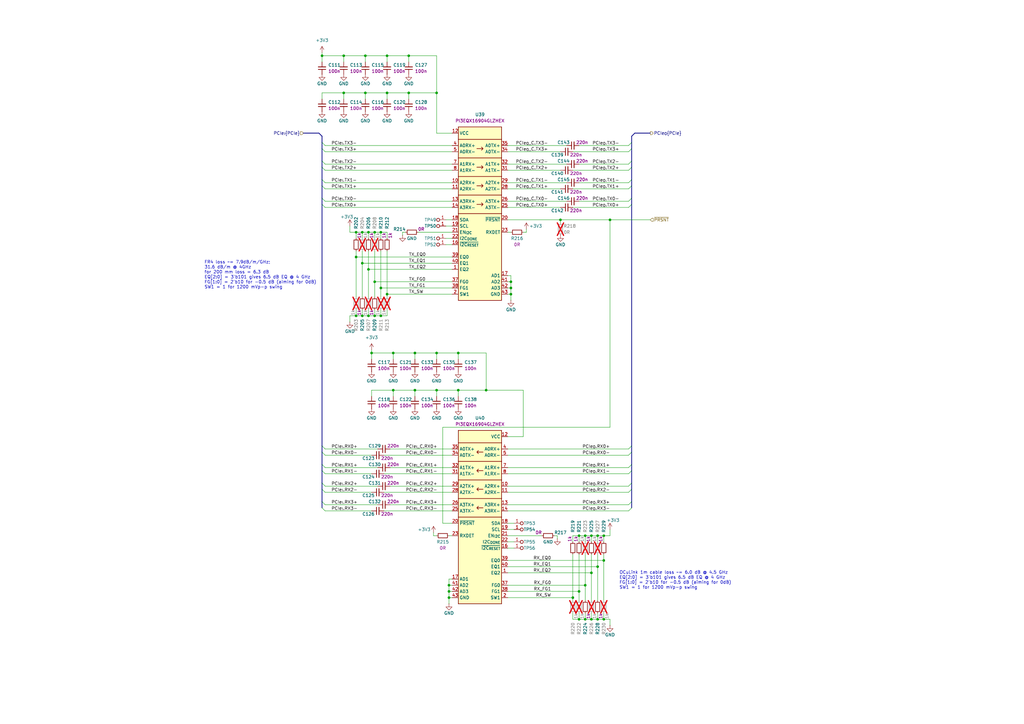
<source format=kicad_sch>
(kicad_sch (version 20230121) (generator eeschema)
  (paper "A3")
  (title_block (title "Com Express 7 baseboard") (date "2024-03-28") (rev "1.0.0") (company "Antmicro Ltd."))
  (junction (at 250.19 90.17))
  (junction (at 247.65 229.87))
  (junction (at 167.64 22.86))
  (junction (at 149.86 38.1))
  (junction (at 179.07 38.1))
  (junction (at 245.11 254))
  (junction (at 151.13 110.49))
  (junction (at 237.49 254))
  (junction (at 149.86 22.86))
  (junction (at 146.05 129.54))
  (junction (at 209.55 120.65))
  (junction (at 156.21 118.11))
  (junction (at 209.55 118.11))
  (junction (at 148.59 107.95))
  (junction (at 146.05 105.41))
  (junction (at 245.11 232.41))
  (junction (at 245.11 219.71))
  (junction (at 240.03 219.71))
  (junction (at 148.59 95.25))
  (junction (at 156.21 129.54))
  (junction (at 229.87 90.17))
  (junction (at 170.18 160.02))
  (junction (at 247.65 219.71))
  (junction (at 240.03 240.03))
  (junction (at 151.13 129.54))
  (junction (at 179.07 144.78))
  (junction (at 242.57 234.95))
  (junction (at 184.15 245.11))
  (junction (at 153.67 129.54))
  (junction (at 237.49 219.71))
  (junction (at 209.55 115.57))
  (junction (at 148.59 129.54))
  (junction (at 140.97 22.86))
  (junction (at 153.67 115.57))
  (junction (at 179.07 160.02))
  (junction (at 132.08 22.86))
  (junction (at 187.96 160.02))
  (junction (at 247.65 254))
  (junction (at 156.21 95.25))
  (junction (at 184.15 240.03))
  (junction (at 140.97 38.1))
  (junction (at 152.4 144.78))
  (junction (at 161.29 160.02))
  (junction (at 237.49 242.57))
  (junction (at 242.57 219.71))
  (junction (at 199.39 160.02))
  (junction (at 187.96 144.78))
  (junction (at 167.64 38.1))
  (junction (at 146.05 95.25))
  (junction (at 184.15 242.57))
  (junction (at 158.75 120.65))
  (junction (at 153.67 95.25))
  (junction (at 151.13 95.25))
  (junction (at 158.75 38.1))
  (junction (at 240.03 254))
  (junction (at 234.95 245.11))
  (junction (at 161.29 144.78))
  (junction (at 170.18 144.78))
  (junction (at 158.75 22.86))
  (junction (at 242.57 254))
  (bus_entry (at 259.08 60.96) (size -1.27 1.27))
  (bus_entry (at 132.08 81.28) (size 1.27 1.27))
  (bus_entry (at 132.08 60.96) (size 1.27 1.27))
  (bus_entry (at 259.08 193.04) (size -1.27 1.27))
  (bus_entry (at 259.08 81.28) (size -1.27 1.27))
  (bus_entry (at 132.08 73.66) (size 1.27 1.27))
  (bus_entry (at 259.08 205.74) (size -1.27 1.27))
  (bus_entry (at 259.08 58.42) (size -1.27 1.27))
  (bus_entry (at 259.08 198.12) (size -1.27 1.27))
  (bus_entry (at 132.08 58.42) (size 1.27 1.27))
  (bus_entry (at 259.08 68.58) (size -1.27 1.27))
  (bus_entry (at 132.08 182.88) (size 1.27 1.27))
  (bus_entry (at 132.08 76.2) (size 1.27 1.27))
  (bus_entry (at 259.08 190.5) (size -1.27 1.27))
  (bus_entry (at 132.08 200.66) (size 1.27 1.27))
  (bus_entry (at 259.08 208.28) (size -1.27 1.27))
  (bus_entry (at 132.08 68.58) (size 1.27 1.27))
  (bus_entry (at 259.08 185.42) (size -1.27 1.27))
  (bus_entry (at 259.08 76.2) (size -1.27 1.27))
  (bus_entry (at 259.08 73.66) (size -1.27 1.27))
  (bus_entry (at 259.08 182.88) (size -1.27 1.27))
  (bus_entry (at 132.08 185.42) (size 1.27 1.27))
  (bus_entry (at 132.08 83.82) (size 1.27 1.27))
  (bus_entry (at 259.08 66.04) (size -1.27 1.27))
  (bus_entry (at 259.08 200.66) (size -1.27 1.27))
  (bus_entry (at 132.08 208.28) (size 1.27 1.27))
  (bus_entry (at 132.08 205.74) (size 1.27 1.27))
  (bus_entry (at 132.08 193.04) (size 1.27 1.27))
  (bus_entry (at 132.08 198.12) (size 1.27 1.27))
  (bus_entry (at 259.08 83.82) (size -1.27 1.27))
  (bus_entry (at 132.08 190.5) (size 1.27 1.27))
  (bus_entry (at 132.08 66.04) (size 1.27 1.27))
  (wire (pts (xy 210.82 222.25) (xy 208.28 222.25)))
  (wire (pts (xy 182.88 100.33) (xy 185.42 100.33)))
  (wire (pts (xy 156.21 95.25) (xy 153.67 95.25)))
  (wire (pts (xy 234.95 85.09) (xy 257.81 85.09)))
  (wire (pts (xy 149.86 38.1) (xy 149.86 40.64)))
  (wire (pts (xy 148.59 127) (xy 148.59 129.54)))
  (wire (pts (xy 240.03 219.71) (xy 240.03 222.25)))
  (wire (pts (xy 247.65 254) (xy 250.19 254)))
  (bus (pts (xy 132.08 200.66) (xy 132.08 205.74)))
  (wire (pts (xy 208.28 201.93) (xy 257.81 201.93)))
  (wire (pts (xy 133.35 199.39) (xy 154.94 199.39)))
  (wire (pts (xy 214.63 179.07) (xy 208.28 179.07)))
  (wire (pts (xy 209.55 113.03) (xy 209.55 115.57)))
  (wire (pts (xy 158.75 40.64) (xy 158.75 38.1)))
  (wire (pts (xy 242.57 219.71) (xy 245.11 219.71)))
  (wire (pts (xy 199.39 160.02) (xy 199.39 144.78)))
  (wire (pts (xy 153.67 127) (xy 153.67 129.54)))
  (wire (pts (xy 146.05 105.41) (xy 146.05 102.87)))
  (wire (pts (xy 158.75 120.65) (xy 158.75 102.87)))
  (wire (pts (xy 133.35 67.31) (xy 185.42 67.31)))
  (wire (pts (xy 157.48 194.31) (xy 185.42 194.31)))
  (wire (pts (xy 184.15 242.57) (xy 184.15 240.03)))
  (wire (pts (xy 148.59 107.95) (xy 148.59 121.92)))
  (wire (pts (xy 209.55 120.65) (xy 208.28 120.65)))
  (wire (pts (xy 146.05 95.25) (xy 143.51 95.25)))
  (wire (pts (xy 247.65 251.46) (xy 247.65 254)))
  (wire (pts (xy 237.49 227.33) (xy 237.49 242.57)))
  (wire (pts (xy 234.95 245.11) (xy 234.95 227.33)))
  (wire (pts (xy 234.95 222.25) (xy 234.95 219.71)))
  (wire (pts (xy 132.08 21.59) (xy 132.08 22.86)))
  (wire (pts (xy 185.42 242.57) (xy 184.15 242.57)))
  (wire (pts (xy 240.03 254) (xy 237.49 254)))
  (wire (pts (xy 208.28 69.85) (xy 229.87 69.85)))
  (wire (pts (xy 148.59 95.25) (xy 146.05 95.25)))
  (wire (pts (xy 157.48 201.93) (xy 185.42 201.93)))
  (wire (pts (xy 156.21 95.25) (xy 156.21 97.79)))
  (bus (pts (xy 132.08 68.58) (xy 132.08 73.66)))
  (bus (pts (xy 132.08 190.5) (xy 132.08 193.04)))
  (wire (pts (xy 151.13 129.54) (xy 153.67 129.54)))
  (wire (pts (xy 152.4 160.02) (xy 161.29 160.02)))
  (bus (pts (xy 259.08 198.12) (xy 259.08 200.66)))
  (wire (pts (xy 208.28 191.77) (xy 257.81 191.77)))
  (wire (pts (xy 182.88 90.17) (xy 185.42 90.17)))
  (wire (pts (xy 153.67 95.25) (xy 151.13 95.25)))
  (bus (pts (xy 259.08 190.5) (xy 259.08 193.04)))
  (wire (pts (xy 156.21 127) (xy 156.21 129.54)))
  (wire (pts (xy 247.65 219.71) (xy 247.65 222.25)))
  (wire (pts (xy 187.96 144.78) (xy 187.96 147.32)))
  (wire (pts (xy 250.19 217.17) (xy 250.19 219.71)))
  (bus (pts (xy 132.08 193.04) (xy 132.08 198.12)))
  (wire (pts (xy 229.87 90.17) (xy 250.19 90.17)))
  (wire (pts (xy 160.02 207.01) (xy 185.42 207.01)))
  (bus (pts (xy 132.08 55.88) (xy 132.08 58.42)))
  (bus (pts (xy 132.08 83.82) (xy 132.08 182.88)))
  (wire (pts (xy 184.15 242.57) (xy 184.15 245.11)))
  (wire (pts (xy 250.19 254) (xy 250.19 256.54)))
  (wire (pts (xy 247.65 229.87) (xy 247.65 246.38)))
  (bus (pts (xy 259.08 76.2) (xy 259.08 81.28)))
  (wire (pts (xy 179.07 54.61) (xy 185.42 54.61)))
  (wire (pts (xy 185.42 105.41) (xy 146.05 105.41)))
  (wire (pts (xy 152.4 144.78) (xy 161.29 144.78)))
  (bus (pts (xy 259.08 182.88) (xy 259.08 185.42)))
  (wire (pts (xy 215.9 95.25) (xy 215.9 93.98)))
  (wire (pts (xy 132.08 25.4) (xy 132.08 22.86)))
  (bus (pts (xy 132.08 73.66) (xy 132.08 76.2)))
  (bus (pts (xy 259.08 73.66) (xy 259.08 76.2)))
  (bus (pts (xy 259.08 185.42) (xy 259.08 190.5)))
  (wire (pts (xy 242.57 254) (xy 240.03 254)))
  (wire (pts (xy 214.63 160.02) (xy 214.63 179.07)))
  (wire (pts (xy 179.07 162.56) (xy 179.07 160.02)))
  (wire (pts (xy 229.87 90.17) (xy 229.87 91.44)))
  (wire (pts (xy 148.59 95.25) (xy 148.59 97.79)))
  (wire (pts (xy 158.75 25.4) (xy 158.75 22.86)))
  (bus (pts (xy 259.08 193.04) (xy 259.08 198.12)))
  (wire (pts (xy 240.03 240.03) (xy 240.03 246.38)))
  (wire (pts (xy 132.08 40.64) (xy 132.08 38.1)))
  (wire (pts (xy 179.07 160.02) (xy 187.96 160.02)))
  (wire (pts (xy 209.55 115.57) (xy 208.28 115.57)))
  (wire (pts (xy 237.49 59.69) (xy 257.81 59.69)))
  (wire (pts (xy 185.42 237.49) (xy 184.15 237.49)))
  (wire (pts (xy 133.35 194.31) (xy 152.4 194.31)))
  (bus (pts (xy 132.08 205.74) (xy 132.08 208.28)))
  (wire (pts (xy 165.1 96.52) (xy 165.1 95.25)))
  (wire (pts (xy 208.28 59.69) (xy 232.41 59.69)))
  (wire (pts (xy 165.1 95.25) (xy 166.37 95.25)))
  (wire (pts (xy 214.63 95.25) (xy 215.9 95.25)))
  (wire (pts (xy 208.28 207.01) (xy 257.81 207.01)))
  (bus (pts (xy 259.08 60.96) (xy 259.08 66.04)))
  (wire (pts (xy 143.51 129.54) (xy 143.51 132.08)))
  (wire (pts (xy 170.18 144.78) (xy 170.18 147.32)))
  (wire (pts (xy 140.97 38.1) (xy 149.86 38.1)))
  (wire (pts (xy 158.75 97.79) (xy 158.75 95.25)))
  (wire (pts (xy 247.65 254) (xy 245.11 254)))
  (wire (pts (xy 208.28 199.39) (xy 257.81 199.39)))
  (wire (pts (xy 237.49 219.71) (xy 237.49 222.25)))
  (wire (pts (xy 237.49 242.57) (xy 208.28 242.57)))
  (wire (pts (xy 208.28 95.25) (xy 209.55 95.25)))
  (wire (pts (xy 182.88 97.79) (xy 185.42 97.79)))
  (wire (pts (xy 133.35 85.09) (xy 185.42 85.09)))
  (wire (pts (xy 208.28 234.95) (xy 242.57 234.95)))
  (wire (pts (xy 161.29 144.78) (xy 170.18 144.78)))
  (wire (pts (xy 208.28 186.69) (xy 257.81 186.69)))
  (wire (pts (xy 208.28 184.15) (xy 257.81 184.15)))
  (wire (pts (xy 153.67 115.57) (xy 153.67 102.87)))
  (wire (pts (xy 133.35 77.47) (xy 185.42 77.47)))
  (wire (pts (xy 242.57 234.95) (xy 242.57 246.38)))
  (wire (pts (xy 247.65 219.71) (xy 250.19 219.71)))
  (wire (pts (xy 237.49 82.55) (xy 257.81 82.55)))
  (wire (pts (xy 228.6 219.71) (xy 227.33 219.71)))
  (wire (pts (xy 240.03 251.46) (xy 240.03 254)))
  (wire (pts (xy 132.08 38.1) (xy 140.97 38.1)))
  (wire (pts (xy 182.88 92.71) (xy 185.42 92.71)))
  (wire (pts (xy 179.07 147.32) (xy 179.07 144.78)))
  (wire (pts (xy 149.86 38.1) (xy 158.75 38.1)))
  (bus (pts (xy 259.08 83.82) (xy 259.08 182.88)))
  (wire (pts (xy 185.42 115.57) (xy 153.67 115.57)))
  (wire (pts (xy 140.97 38.1) (xy 140.97 40.64)))
  (wire (pts (xy 208.28 67.31) (xy 232.41 67.31)))
  (wire (pts (xy 234.95 251.46) (xy 234.95 254)))
  (wire (pts (xy 157.48 209.55) (xy 185.42 209.55)))
  (wire (pts (xy 237.49 219.71) (xy 240.03 219.71)))
  (wire (pts (xy 148.59 129.54) (xy 151.13 129.54)))
  (wire (pts (xy 237.49 67.31) (xy 257.81 67.31)))
  (wire (pts (xy 187.96 160.02) (xy 187.96 162.56)))
  (wire (pts (xy 210.82 224.79) (xy 208.28 224.79)))
  (bus (pts (xy 132.08 198.12) (xy 132.08 200.66)))
  (wire (pts (xy 156.21 118.11) (xy 156.21 121.92)))
  (wire (pts (xy 208.28 118.11) (xy 209.55 118.11)))
  (wire (pts (xy 209.55 118.11) (xy 209.55 120.65)))
  (wire (pts (xy 247.65 229.87) (xy 247.65 227.33)))
  (wire (pts (xy 210.82 217.17) (xy 208.28 217.17)))
  (wire (pts (xy 171.45 95.25) (xy 185.42 95.25)))
  (wire (pts (xy 158.75 120.65) (xy 158.75 121.92)))
  (wire (pts (xy 245.11 254) (xy 242.57 254)))
  (wire (pts (xy 237.49 251.46) (xy 237.49 254)))
  (wire (pts (xy 143.51 92.71) (xy 143.51 95.25)))
  (bus (pts (xy 132.08 60.96) (xy 132.08 66.04)))
  (wire (pts (xy 185.42 219.71) (xy 184.15 219.71)))
  (wire (pts (xy 208.28 209.55) (xy 257.81 209.55)))
  (wire (pts (xy 184.15 240.03) (xy 185.42 240.03)))
  (wire (pts (xy 181.61 214.63) (xy 181.61 175.26)))
  (wire (pts (xy 242.57 219.71) (xy 242.57 222.25)))
  (wire (pts (xy 222.25 219.71) (xy 208.28 219.71)))
  (wire (pts (xy 146.05 129.54) (xy 143.51 129.54)))
  (wire (pts (xy 152.4 162.56) (xy 152.4 160.02)))
  (wire (pts (xy 160.02 184.15) (xy 185.42 184.15)))
  (wire (pts (xy 161.29 144.78) (xy 161.29 147.32)))
  (wire (pts (xy 156.21 129.54) (xy 158.75 129.54)))
  (wire (pts (xy 133.35 69.85) (xy 185.42 69.85)))
  (wire (pts (xy 184.15 237.49) (xy 184.15 240.03)))
  (wire (pts (xy 210.82 214.63) (xy 208.28 214.63)))
  (wire (pts (xy 148.59 102.87) (xy 148.59 107.95)))
  (wire (pts (xy 184.15 245.11) (xy 185.42 245.11)))
  (wire (pts (xy 158.75 22.86) (xy 167.64 22.86)))
  (wire (pts (xy 237.49 254) (xy 234.95 254)))
  (wire (pts (xy 160.02 191.77) (xy 185.42 191.77)))
  (wire (pts (xy 151.13 95.25) (xy 148.59 95.25)))
  (bus (pts (xy 259.08 55.88) (xy 260.35 54.61)))
  (wire (pts (xy 208.28 245.11) (xy 234.95 245.11)))
  (wire (pts (xy 146.05 127) (xy 146.05 129.54)))
  (wire (pts (xy 170.18 160.02) (xy 170.18 162.56)))
  (wire (pts (xy 149.86 22.86) (xy 158.75 22.86)))
  (wire (pts (xy 158.75 95.25) (xy 156.21 95.25)))
  (wire (pts (xy 153.67 129.54) (xy 156.21 129.54)))
  (bus (pts (xy 124.46 54.61) (xy 130.81 54.61)))
  (wire (pts (xy 208.28 194.31) (xy 257.81 194.31)))
  (wire (pts (xy 240.03 240.03) (xy 240.03 227.33)))
  (wire (pts (xy 208.28 77.47) (xy 229.87 77.47)))
  (wire (pts (xy 209.55 123.19) (xy 209.55 120.65)))
  (wire (pts (xy 146.05 105.41) (xy 146.05 121.92)))
  (wire (pts (xy 240.03 219.71) (xy 242.57 219.71)))
  (bus (pts (xy 266.7 54.61) (xy 260.35 54.61)))
  (wire (pts (xy 140.97 22.86) (xy 140.97 25.4)))
  (bus (pts (xy 132.08 185.42) (xy 132.08 190.5)))
  (wire (pts (xy 133.35 184.15) (xy 154.94 184.15)))
  (wire (pts (xy 242.57 251.46) (xy 242.57 254)))
  (wire (pts (xy 208.28 74.93) (xy 232.41 74.93)))
  (bus (pts (xy 259.08 66.04) (xy 259.08 68.58)))
  (wire (pts (xy 208.28 229.87) (xy 247.65 229.87)))
  (wire (pts (xy 185.42 120.65) (xy 158.75 120.65)))
  (bus (pts (xy 259.08 55.88) (xy 259.08 58.42)))
  (wire (pts (xy 133.35 59.69) (xy 185.42 59.69)))
  (wire (pts (xy 146.05 95.25) (xy 146.05 97.79)))
  (wire (pts (xy 152.4 147.32) (xy 152.4 144.78)))
  (bus (pts (xy 132.08 76.2) (xy 132.08 81.28)))
  (wire (pts (xy 170.18 144.78) (xy 179.07 144.78)))
  (wire (pts (xy 185.42 214.63) (xy 181.61 214.63)))
  (wire (pts (xy 161.29 160.02) (xy 161.29 162.56)))
  (wire (pts (xy 151.13 127) (xy 151.13 129.54)))
  (wire (pts (xy 151.13 110.49) (xy 151.13 121.92)))
  (wire (pts (xy 245.11 251.46) (xy 245.11 254)))
  (wire (pts (xy 157.48 186.69) (xy 185.42 186.69)))
  (wire (pts (xy 160.02 199.39) (xy 185.42 199.39)))
  (wire (pts (xy 250.19 90.17) (xy 266.7 90.17)))
  (wire (pts (xy 177.8 219.71) (xy 177.8 218.44)))
  (wire (pts (xy 179.07 144.78) (xy 187.96 144.78)))
  (wire (pts (xy 133.35 82.55) (xy 185.42 82.55)))
  (bus (pts (xy 132.08 182.88) (xy 132.08 185.42)))
  (wire (pts (xy 185.42 110.49) (xy 151.13 110.49)))
  (wire (pts (xy 179.07 38.1) (xy 179.07 22.86)))
  (bus (pts (xy 259.08 200.66) (xy 259.08 205.74)))
  (wire (pts (xy 133.35 191.77) (xy 154.94 191.77)))
  (wire (pts (xy 133.35 209.55) (xy 152.4 209.55)))
  (wire (pts (xy 187.96 160.02) (xy 199.39 160.02)))
  (wire (pts (xy 245.11 227.33) (xy 245.11 232.41)))
  (wire (pts (xy 133.35 62.23) (xy 185.42 62.23)))
  (wire (pts (xy 167.64 38.1) (xy 167.64 40.64)))
  (wire (pts (xy 158.75 38.1) (xy 167.64 38.1)))
  (wire (pts (xy 228.6 220.98) (xy 228.6 219.71)))
  (wire (pts (xy 152.4 143.51) (xy 152.4 144.78)))
  (bus (pts (xy 259.08 68.58) (xy 259.08 73.66)))
  (wire (pts (xy 153.67 115.57) (xy 153.67 121.92)))
  (bus (pts (xy 259.08 81.28) (xy 259.08 83.82)))
  (wire (pts (xy 132.08 22.86) (xy 140.97 22.86)))
  (wire (pts (xy 245.11 232.41) (xy 245.11 246.38)))
  (wire (pts (xy 146.05 129.54) (xy 148.59 129.54)))
  (wire (pts (xy 161.29 160.02) (xy 170.18 160.02)))
  (wire (pts (xy 208.28 90.17) (xy 229.87 90.17)))
  (wire (pts (xy 187.96 144.78) (xy 199.39 144.78)))
  (wire (pts (xy 158.75 127) (xy 158.75 129.54)))
  (wire (pts (xy 184.15 247.65) (xy 184.15 245.11)))
  (bus (pts (xy 132.08 55.88) (xy 130.81 54.61)))
  (wire (pts (xy 245.11 219.71) (xy 245.11 222.25)))
  (wire (pts (xy 179.07 219.71) (xy 177.8 219.71)))
  (wire (pts (xy 242.57 234.95) (xy 242.57 227.33)))
  (wire (pts (xy 149.86 22.86) (xy 149.86 25.4)))
  (wire (pts (xy 234.95 69.85) (xy 257.81 69.85)))
  (wire (pts (xy 140.97 22.86) (xy 149.86 22.86)))
  (wire (pts (xy 237.49 74.93) (xy 257.81 74.93)))
  (wire (pts (xy 167.64 22.86) (xy 179.07 22.86)))
  (wire (pts (xy 209.55 118.11) (xy 209.55 115.57)))
  (wire (pts (xy 151.13 95.25) (xy 151.13 97.79)))
  (wire (pts (xy 199.39 160.02) (xy 214.63 160.02)))
  (wire (pts (xy 167.64 38.1) (xy 179.07 38.1)))
  (wire (pts (xy 179.07 38.1) (xy 179.07 54.61)))
  (wire (pts (xy 234.95 219.71) (xy 237.49 219.71)))
  (wire (pts (xy 167.64 22.86) (xy 167.64 25.4)))
  (wire (pts (xy 185.42 107.95) (xy 148.59 107.95)))
  (wire (pts (xy 234.95 245.11) (xy 234.95 246.38)))
  (wire (pts (xy 208.28 113.03) (xy 209.55 113.03)))
  (bus (pts (xy 132.08 66.04) (xy 132.08 68.58)))
  (wire (pts (xy 234.95 77.47) (xy 257.81 77.47)))
  (wire (pts (xy 208.28 82.55) (xy 232.41 82.55)))
  (bus (pts (xy 259.08 58.42) (xy 259.08 60.96)))
  (wire (pts (xy 237.49 242.57) (xy 237.49 246.38)))
  (bus (pts (xy 259.08 205.74) (xy 259.08 208.28)))
  (wire (pts (xy 170.18 160.02) (xy 179.07 160.02)))
  (wire (pts (xy 133.35 207.01) (xy 154.94 207.01)))
  (wire (pts (xy 208.28 232.41) (xy 245.11 232.41)))
  (wire (pts (xy 151.13 110.49) (xy 151.13 102.87)))
  (wire (pts (xy 156.21 102.87) (xy 156.21 118.11)))
  (bus (pts (xy 132.08 81.28) (xy 132.08 83.82)))
  (wire (pts (xy 133.35 74.93) (xy 185.42 74.93)))
  (wire (pts (xy 208.28 240.03) (xy 240.03 240.03)))
  (bus (pts (xy 132.08 58.42) (xy 132.08 60.96)))
  (wire (pts (xy 245.11 219.71) (xy 247.65 219.71)))
  (wire (pts (xy 153.67 95.25) (xy 153.67 97.79)))
  (wire (pts (xy 133.35 186.69) (xy 152.4 186.69)))
  (wire (pts (xy 133.35 201.93) (xy 152.4 201.93)))
  (wire (pts (xy 181.61 175.26) (xy 250.19 175.26)))
  (wire (pts (xy 234.95 62.23) (xy 257.81 62.23)))
  (wire (pts (xy 208.28 85.09) (xy 229.87 85.09)))
  (wire (pts (xy 208.28 62.23) (xy 229.87 62.23)))
  (wire (pts (xy 156.21 118.11) (xy 185.42 118.11)))
  (wire (pts (xy 250.19 175.26) (xy 250.19 90.17)))
  (text "FR4 loss ~= 7.9dB/m/GHz; \n31.6 dB/m @ 4GHz\nfor 200 mm loss = 6.3 dB\nEQ[2:0] = 3'b101 gives 6.5 dB EQ @ 4 GHz\nFG[1:0] = 2'b10 for -0.5 dB (aiming for 0dB)\nSW1 = 1 for 1200 mVp-p swing\n " (at 83.82 120.65 0) (effects (font (size 1.27 1.27)) (justify left bottom)))
  (text "OCuLink 1m cable loss ~= 6.0 dB @ 4.5 GHz\nEQ[2:0] = 3'b101 gives 6.5 dB EQ @ 4 GHz\nFG[1:0] = 2'b10 for -0.5 dB (aiming for 0dB)\nSW1 = 1 for 1200 mVp-p swing\n " (at 254 243.84 0) (effects (font (size 1.27 1.27)) (justify left bottom)))
  (label "RX_EQ0" (at 226.06 229.87 180))
  (label "PCIe_{I}.RX0-" (at 135.89 186.69 0))
  (label "PCIe_{O}_C.TX1-" (at 224.79 74.93 180))
  (label "PCIe_{I}.TX3+" (at 135.89 62.23 0))
  (label "PCIe_{O}.RX0+" (at 250.19 184.15 180))
  (label "PCIe_{O}_C.TX0+" (at 224.79 85.09 180))
  (label "PCIe_{O}.RX2+" (at 250.19 199.39 180))
  (label "PCIe_{O}.TX1-" (at 254 74.93 180))
  (label "PCIe_{I}.TX2+" (at 135.89 69.85 0))
  (label "TX_FG0" (at 167.64 115.57 0))
  (label "PCIe_{I}_C.RX1+" (at 166.37 191.77 0))
  (label "PCIe_{I}_C.RX3+" (at 166.37 207.01 0))
  (label "PCIe_{O}.TX0+" (at 254 85.09 180))
  (label "PCIe_{I}.TX0+" (at 135.89 85.09 0))
  (label "PCIe_{O}.TX3-" (at 254 59.69 180))
  (label "RX_FG1" (at 226.06 242.57 180))
  (label "PCIe_{I}_C.RX2+" (at 166.37 199.39 0))
  (label "PCIe_{O}_C.TX1+" (at 224.79 77.47 180))
  (label "PCIe_{I}_C.RX0+" (at 166.37 184.15 0))
  (label "PCIe_{I}.RX2+" (at 135.89 199.39 0))
  (label "PCIe_{I}.RX3+" (at 135.89 207.01 0))
  (label "PCIe_{O}.TX1+" (at 254 77.47 180))
  (label "PCIe_{I}_C.RX0-" (at 166.37 186.69 0))
  (label "PCIe_{I}_C.RX3-" (at 166.37 209.55 0))
  (label "PCIe_{I}_C.RX2-" (at 166.37 201.93 0))
  (label "RX_FG0" (at 226.06 240.03 180))
  (label "PCIe_{O}_C.TX2-" (at 224.79 67.31 180))
  (label "TX_FG1" (at 167.64 118.11 0))
  (label "PCIe_{O}.TX3+" (at 254 62.23 180))
  (label "RX_EQ2" (at 226.06 234.95 180))
  (label "TX_SW" (at 167.64 120.65 0))
  (label "PCIe_{I}.RX1-" (at 135.89 194.31 0))
  (label "PCIe_{I}.TX0-" (at 135.89 82.55 0))
  (label "PCIe_{O}.RX0-" (at 250.19 186.69 180))
  (label "PCIe_{O}.RX1-" (at 250.19 194.31 180))
  (label "PCIe_{O}.RX2-" (at 250.19 201.93 180))
  (label "TX_EQ0" (at 167.64 105.41 0))
  (label "PCIe_{O}.TX2+" (at 254 69.85 180))
  (label "TX_EQ1" (at 167.64 107.95 0))
  (label "PCIe_{O}.RX1+" (at 250.19 191.77 180))
  (label "PCIe_{I}.RX3-" (at 135.89 209.55 0))
  (label "PCIe_{O}_C.TX2+" (at 224.79 69.85 180))
  (label "PCIe_{O}_C.TX3-" (at 224.79 59.69 180))
  (label "RX_EQ1" (at 226.06 232.41 180))
  (label "PCIe_{I}.RX1+" (at 135.89 191.77 0))
  (label "PCIe_{I}_C.RX1-" (at 166.37 194.31 0))
  (label "PCIe_{I}.RX0+" (at 135.89 184.15 0))
  (label "RX_SW" (at 226.06 245.11 180))
  (label "PCIe_{O}.TX2-" (at 254 67.31 180))
  (label "PCIe_{O}.RX3+" (at 250.19 207.01 180))
  (label "PCIe_{I}.TX1-" (at 135.89 74.93 0))
  (label "PCIe_{O}.TX0-" (at 254 82.55 180))
  (label "PCIe_{I}.TX3-" (at 135.89 59.69 0))
  (label "PCIe_{O}_C.TX0-" (at 224.79 82.55 180))
  (label "PCIe_{I}.RX2-" (at 135.89 201.93 0))
  (label "TX_EQ2" (at 167.64 110.49 0))
  (label "PCIe_{O}.RX3-" (at 250.19 209.55 180))
  (label "PCIe_{I}.TX2-" (at 135.89 67.31 0))
  (label "PCIe_{I}.TX1+" (at 135.89 77.47 0))
  (label "PCIe_{O}_C.TX3+" (at 224.79 62.23 180))
  (hierarchical_label "~{PRSNT}" (shape input) (at 266.7 90.17 0))
  (hierarchical_label "PCIe_{I}{PCIe}" (shape input) (at 124.46 54.61 180))
  (hierarchical_label "PCIe_{O}{PCIe}" (shape output) (at 266.7 54.61 0))
  (symbol (lib_id "antmicropower:GND") (at 158.75 30.48 0) (unit 1)
    (property "Reference" "#PWR0301" (effects hide))
    (property "Value" "GND" (at 158.75 34.29 0))
    (property "Author" "Antmicro" (effects hide))
    (property "License" "Apache-2.0" (effects hide))
  )
  (symbol (lib_id "antmicroResistors0402:R_1k_0402") (at 148.59 127 90) (unit 1)
    (property "Reference" "R205" (at 148.59 130.81 0) (effects (justify right)))
    (property "Value" "R_1k_0402" (effects hide))
    (property "Footprint" "antmicro-footprints:R_0402_1005Metric" (effects hide))
    (property "Datasheet" "https://www.bourns.com/docs/product-datasheets/cr.pdf" (effects hide))
    (property "MPN" "CR0402-FX-1001GLF" (effects hide))
    (property "Manufacturer" "Bourns" (effects hide))
    (property "License" "Apache-2.0" (effects hide))
    (property "Author" "Antmicro" (effects hide))
    (property "Val" "1k" (at 147.32 127 0) (effects (justify right)))
    (property "Tolerance" "1%" (effects hide))
    (property "Public" "False" (effects hide))
  )
  (symbol (lib_id "antmicroCapacitors0402:C_100n_0402") (at 179.07 167.64 90) (unit 1)
    (property "Reference" "C136" (at 181.61 163.8236 90) (effects (justify right)))
    (property "Value" "C_100n_0402" (effects hide))
    (property "Footprint" "antmicro-footprints:C_0402_1005Metric" (effects hide))
    (property "Datasheet" "https://www.murata.com/products/productdetail?partno=GRM155R61H104KE14%23" (effects hide))
    (property "MPN" "GRM155R61H104KE14D" (effects hide))
    (property "Manufacturer" "Murata" (effects hide))
    (property "License" "Apache-2.0" (effects hide))
    (property "Author" "Antmicro" (effects hide))
    (property "Val" "100n" (at 181.61 166.3636 90) (effects (justify right)))
    (property "Voltage" "50V" (effects hide))
    (property "Dielectric" "X5R" (effects hide))
    (property "Public" "False" (effects hide))
  )
  (symbol (lib_id "antmicroCapacitors0402:C_220n_0402") (at 229.87 77.47 0) (unit 1)
    (property "Reference" "C141" (at 228.6 78.74 0))
    (property "Value" "C_220n_0402" (effects hide))
    (property "Footprint" "antmicro-footprints:C_0402_1005Metric" (effects hide))
    (property "Datasheet" "https://www.yageo.com/en/Chart/Download/pdf/CC0402KRX5R6BB224" (effects hide))
    (property "MPN" "CC0402KRX5R6BB224" (effects hide))
    (property "Manufacturer" "YAGEO" (effects hide))
    (property "License" "Apache-2.0" (effects hide))
    (property "Author" "Antmicro" (effects hide))
    (property "Val" "220n" (at 236.22 78.74 0))
    (property "Public" "False" (effects hide))
  )
  (symbol (lib_id "antmicroCapacitors0402:C_220n_0402") (at 232.41 67.31 0) (unit 1)
    (property "Reference" "C144" (at 231.14 66.04 0))
    (property "Value" "C_220n_0402" (effects hide))
    (property "Footprint" "antmicro-footprints:C_0402_1005Metric" (effects hide))
    (property "Datasheet" "https://www.yageo.com/en/Chart/Download/pdf/CC0402KRX5R6BB224" (effects hide))
    (property "MPN" "CC0402KRX5R6BB224" (effects hide))
    (property "Manufacturer" "YAGEO" (effects hide))
    (property "License" "Apache-2.0" (effects hide))
    (property "Author" "Antmicro" (effects hide))
    (property "Val" "220n" (at 238.76 66.04 0))
    (property "Public" "False" (effects hide))
  )
  (symbol (lib_id "antmicroCapacitors0402:C_100n_0402") (at 132.08 45.72 90) (unit 1)
    (property "Reference" "C112" (at 134.62 41.9036 90) (effects (justify right)))
    (property "Value" "C_100n_0402" (effects hide))
    (property "Footprint" "antmicro-footprints:C_0402_1005Metric" (effects hide))
    (property "Datasheet" "https://www.murata.com/products/productdetail?partno=GRM155R61H104KE14%23" (effects hide))
    (property "MPN" "GRM155R61H104KE14D" (effects hide))
    (property "Manufacturer" "Murata" (effects hide))
    (property "License" "Apache-2.0" (effects hide))
    (property "Author" "Antmicro" (effects hide))
    (property "Val" "100n" (at 134.62 44.4436 90) (effects (justify right)))
    (property "Voltage" "50V" (effects hide))
    (property "Dielectric" "X5R" (effects hide))
    (property "Public" "False" (effects hide))
  )
  (symbol (lib_id "antmicropower:GND") (at 132.08 45.72 0) (unit 1)
    (property "Reference" "#PWR0291" (effects hide))
    (property "Value" "GND" (at 132.08 49.53 0))
    (property "Author" "Antmicro" (effects hide))
    (property "License" "Apache-2.0" (effects hide))
  )
  (symbol (lib_id "antmicroCapacitors0402:C_220n_0402") (at 232.41 82.55 0) (unit 1)
    (property "Reference" "C146" (at 231.14 81.28 0))
    (property "Value" "C_220n_0402" (effects hide))
    (property "Footprint" "antmicro-footprints:C_0402_1005Metric" (effects hide))
    (property "Datasheet" "https://www.yageo.com/en/Chart/Download/pdf/CC0402KRX5R6BB224" (effects hide))
    (property "MPN" "CC0402KRX5R6BB224" (effects hide))
    (property "Manufacturer" "YAGEO" (effects hide))
    (property "License" "Apache-2.0" (effects hide))
    (property "Author" "Antmicro" (effects hide))
    (property "Val" "220n" (at 238.76 81.28 0))
    (property "Public" "False" (effects hide))
  )
  (symbol (lib_id "antmicroCapacitors0402:C_220n_0402") (at 229.87 62.23 0) (unit 1)
    (property "Reference" "C139" (at 228.6 63.5 0))
    (property "Value" "C_220n_0402" (effects hide))
    (property "Footprint" "antmicro-footprints:C_0402_1005Metric" (effects hide))
    (property "Datasheet" "https://www.yageo.com/en/Chart/Download/pdf/CC0402KRX5R6BB224" (effects hide))
    (property "MPN" "CC0402KRX5R6BB224" (effects hide))
    (property "Manufacturer" "YAGEO" (effects hide))
    (property "License" "Apache-2.0" (effects hide))
    (property "Author" "Antmicro" (effects hide))
    (property "Val" "220n" (at 236.22 63.5 0))
    (property "Public" "False" (effects hide))
  )
  (symbol (lib_id "antmicroResistors0402:R_0R_0402") (at 171.45 95.25 180) (unit 1)
    (property "Reference" "R214" (at 161.29 93.98 0) (effects (justify right)))
    (property "Value" "R_0R_0402" (effects hide))
    (property "Footprint" "antmicro-footprints:R_0402_1005Metric" (effects hide))
    (property "Datasheet" "https://industrial.panasonic.com/cdbs/www-data/pdf/RDA0000/AOA0000C301.pdf" (effects hide))
    (property "MPN" "ERJ2GE0R00X" (effects hide))
    (property "Manufacturer" "Panasonic" (effects hide))
    (property "License" "Apache-2.0" (effects hide))
    (property "Author" "Antmicro" (effects hide))
    (property "Val" "0R" (at 171.45 93.98 0) (effects (justify right)))
    (property "Current" "1A" (effects hide))
    (property "Public" "False" (effects hide))
  )
  (symbol (lib_id "antmicropower:GND") (at 143.51 132.08 0) (unit 1)
    (property "Reference" "#PWR0295" (effects hide))
    (property "Value" "GND" (at 143.51 135.89 0))
    (property "Author" "Antmicro" (effects hide))
    (property "License" "Apache-2.0" (effects hide))
  )
  (symbol (lib_id "antmicropower:+3V3") (at 177.8 218.44 0) (mirror y) (unit 1)
    (property "Reference" "#PWR0310" (effects hide))
    (property "Value" "+3V3" (at 173.99 217.17 0))
    (property "Author" "Antmicro" (effects hide))
    (property "License" "Apache-2.0" (effects hide))
  )
  (symbol (lib_id "antmicroCapacitors0402:C_100n_0402") (at 187.96 167.64 90) (unit 1)
    (property "Reference" "C138" (at 190.5 163.8236 90) (effects (justify right)))
    (property "Value" "C_100n_0402" (effects hide))
    (property "Footprint" "antmicro-footprints:C_0402_1005Metric" (effects hide))
    (property "Datasheet" "https://www.murata.com/products/productdetail?partno=GRM155R61H104KE14%23" (effects hide))
    (property "MPN" "GRM155R61H104KE14D" (effects hide))
    (property "Manufacturer" "Murata" (effects hide))
    (property "License" "Apache-2.0" (effects hide))
    (property "Author" "Antmicro" (effects hide))
    (property "Val" "100n" (at 190.5 166.3636 90) (effects (justify right)))
    (property "Voltage" "50V" (effects hide))
    (property "Dielectric" "X5R" (effects hide))
    (property "Public" "False" (effects hide))
  )
  (symbol (lib_id "antmicroTestPoints:TP_0.75mm_SMD") (at 210.82 217.17 0) (unit 1) (in_bom no)
    (property "Reference" "TP54" (at 217.17 217.17 0))
    (property "Value" "TP_0.75mm_SMD" (effects hide))
    (property "Footprint" "antmicro-footprints:TP_SMD_0.75mm" (effects hide))
    (property "Author" "Antmicro" (effects hide))
    (property "License" "Apache-2.0" (effects hide))
    (property "Public" "False" (effects hide))
  )
  (symbol (lib_id "antmicroTestPoints:TP_0.75mm_SMD") (at 210.82 224.79 0) (unit 1) (in_bom no)
    (property "Reference" "TP56" (at 217.17 224.79 0))
    (property "Value" "TP_0.75mm_SMD" (effects hide))
    (property "Footprint" "antmicro-footprints:TP_SMD_0.75mm" (effects hide))
    (property "Author" "Antmicro" (effects hide))
    (property "License" "Apache-2.0" (effects hide))
    (property "Public" "False" (effects hide))
  )
  (symbol (lib_id "antmicroResistors0402:R_1k_0402") (at 153.67 97.79 270) (unit 1) (dnp yes)
    (property "Reference" "R208" (at 153.67 93.98 0) (effects (justify right)))
    (property "Value" "R_1k_0402" (effects hide))
    (property "Footprint" "antmicro-footprints:R_0402_1005Metric" (effects hide))
    (property "Datasheet" "https://www.bourns.com/docs/product-datasheets/cr.pdf" (effects hide))
    (property "MPN" "CR0402-FX-1001GLF" (effects hide))
    (property "Manufacturer" "Bourns" (effects hide))
    (property "License" "Apache-2.0" (effects hide))
    (property "Author" "Antmicro" (effects hide))
    (property "Val" "1k" (at 154.94 97.79 0) (effects (justify right)))
    (property "Tolerance" "1%" (effects hide))
    (property "Public" "False" (effects hide))
  )
  (symbol (lib_id "antmicroResistors0402:R_1k_0402") (at 151.13 97.79 270) (unit 1)
    (property "Reference" "R206" (at 151.13 93.98 0) (effects (justify right)))
    (property "Value" "R_1k_0402" (effects hide))
    (property "Footprint" "antmicro-footprints:R_0402_1005Metric" (effects hide))
    (property "Datasheet" "https://www.bourns.com/docs/product-datasheets/cr.pdf" (effects hide))
    (property "MPN" "CR0402-FX-1001GLF" (effects hide))
    (property "Manufacturer" "Bourns" (effects hide))
    (property "License" "Apache-2.0" (effects hide))
    (property "Author" "Antmicro" (effects hide))
    (property "Val" "1k" (at 152.4 97.79 0) (effects (justify right)))
    (property "Tolerance" "1%" (effects hide))
    (property "Public" "False" (effects hide))
  )
  (symbol (lib_id "antmicroCapacitors0402:C_100n_0402") (at 152.4 167.64 90) (unit 1)
    (property "Reference" "C118" (at 154.94 163.8236 90) (effects (justify right)))
    (property "Value" "C_100n_0402" (effects hide))
    (property "Footprint" "antmicro-footprints:C_0402_1005Metric" (effects hide))
    (property "Datasheet" "https://www.murata.com/products/productdetail?partno=GRM155R61H104KE14%23" (effects hide))
    (property "MPN" "GRM155R61H104KE14D" (effects hide))
    (property "Manufacturer" "Murata" (effects hide))
    (property "License" "Apache-2.0" (effects hide))
    (property "Author" "Antmicro" (effects hide))
    (property "Val" "100n" (at 154.94 166.3636 90) (effects (justify right)))
    (property "Voltage" "50V" (effects hide))
    (property "Dielectric" "X5R" (effects hide))
    (property "Public" "False" (effects hide))
  )
  (symbol (lib_id "antmicroResistors0402:R_1k_0402") (at 146.05 127 90) (unit 1) (dnp yes)
    (property "Reference" "R203" (at 146.05 130.81 0) (effects (justify right)))
    (property "Value" "R_1k_0402" (effects hide))
    (property "Footprint" "antmicro-footprints:R_0402_1005Metric" (effects hide))
    (property "Datasheet" "https://www.bourns.com/docs/product-datasheets/cr.pdf" (effects hide))
    (property "MPN" "CR0402-FX-1001GLF" (effects hide))
    (property "Manufacturer" "Bourns" (effects hide))
    (property "License" "Apache-2.0" (effects hide))
    (property "Author" "Antmicro" (effects hide))
    (property "Val" "1k" (at 144.78 127 0) (effects (justify right)))
    (property "Tolerance" "1%" (effects hide))
    (property "Public" "False" (effects hide))
  )
  (symbol (lib_id "antmicropower:GND") (at 152.4 152.4 0) (unit 1)
    (property "Reference" "#PWR0299" (effects hide))
    (property "Value" "GND" (at 152.4 156.21 0))
    (property "Author" "Antmicro" (effects hide))
    (property "License" "Apache-2.0" (effects hide))
  )
  (symbol (lib_id "antmicropower:GND") (at 209.55 123.19 0) (unit 1)
    (property "Reference" "#PWR0316" (effects hide))
    (property "Value" "GND" (at 209.55 127 0))
    (property "Author" "Antmicro" (effects hide))
    (property "License" "Apache-2.0" (effects hide))
  )
  (symbol (lib_id "antmicropower:+3V3") (at 250.19 217.17 0) (mirror y) (unit 1)
    (property "Reference" "#PWR0320" (effects hide))
    (property "Value" "+3V3" (at 251.46 213.36 0))
    (property "Author" "Antmicro" (effects hide))
    (property "License" "Apache-2.0" (effects hide))
  )
  (symbol (lib_id "antmicropower:+3V3") (at 132.08 21.59 0) (unit 1)
    (property "Reference" "#PWR0289" (effects hide))
    (property "Value" "+3V3" (at 132.08 16.51 0))
    (property "Author" "Antmicro" (effects hide))
    (property "License" "Apache-2.0" (effects hide))
  )
  (symbol (lib_id "antmicropower:GND") (at 140.97 45.72 0) (unit 1)
    (property "Reference" "#PWR0293" (effects hide))
    (property "Value" "GND" (at 140.97 49.53 0))
    (property "Author" "Antmicro" (effects hide))
    (property "License" "Apache-2.0" (effects hide))
  )
  (symbol (lib_id "antmicroResistors0402:R_1k_0402") (at 240.03 222.25 90) (mirror x) (unit 1) (dnp yes)
    (property "Reference" "R223" (at 240.03 218.44 0) (effects (justify right)))
    (property "Value" "R_1k_0402" (effects hide))
    (property "Footprint" "antmicro-footprints:R_0402_1005Metric" (effects hide))
    (property "Datasheet" "https://www.bourns.com/docs/product-datasheets/cr.pdf" (effects hide))
    (property "MPN" "CR0402-FX-1001GLF" (effects hide))
    (property "Manufacturer" "Bourns" (effects hide))
    (property "License" "Apache-2.0" (effects hide))
    (property "Author" "Antmicro" (effects hide))
    (property "Val" "1k" (at 238.76 222.25 0) (effects (justify right)))
    (property "Tolerance" "1%" (effects hide))
    (property "Public" "False" (effects hide))
  )
  (symbol (lib_id "antmicroCapacitors0402:C_100n_0402") (at 132.08 30.48 90) (unit 1)
    (property "Reference" "C111" (at 134.62 26.6636 90) (effects (justify right)))
    (property "Value" "C_100n_0402" (effects hide))
    (property "Footprint" "antmicro-footprints:C_0402_1005Metric" (effects hide))
    (property "Datasheet" "https://www.murata.com/products/productdetail?partno=GRM155R61H104KE14%23" (effects hide))
    (property "MPN" "GRM155R61H104KE14D" (effects hide))
    (property "Manufacturer" "Murata" (effects hide))
    (property "License" "Apache-2.0" (effects hide))
    (property "Author" "Antmicro" (effects hide))
    (property "Val" "100n" (at 134.62 29.2036 90) (effects (justify right)))
    (property "Voltage" "50V" (effects hide))
    (property "Dielectric" "X5R" (effects hide))
    (property "Public" "False" (effects hide))
  )
  (symbol (lib_id "antmicropower:GND") (at 149.86 45.72 0) (unit 1)
    (property "Reference" "#PWR0297" (effects hide))
    (property "Value" "GND" (at 149.86 49.53 0))
    (property "Author" "Antmicro" (effects hide))
    (property "License" "Apache-2.0" (effects hide))
  )
  (symbol (lib_id "antmicroResistors0402:R_1k_0402") (at 153.67 127 90) (unit 1)
    (property "Reference" "R209" (at 153.67 130.81 0) (effects (justify right)))
    (property "Value" "R_1k_0402" (effects hide))
    (property "Footprint" "antmicro-footprints:R_0402_1005Metric" (effects hide))
    (property "Datasheet" "https://www.bourns.com/docs/product-datasheets/cr.pdf" (effects hide))
    (property "MPN" "CR0402-FX-1001GLF" (effects hide))
    (property "Manufacturer" "Bourns" (effects hide))
    (property "License" "Apache-2.0" (effects hide))
    (property "Author" "Antmicro" (effects hide))
    (property "Val" "1k" (at 152.4 127 0) (effects (justify right)))
    (property "Tolerance" "1%" (effects hide))
    (property "Public" "False" (effects hide))
  )
  (symbol (lib_id "antmicroTestPoints:TP_0.75mm_SMD") (at 182.88 97.79 0) (mirror y) (unit 1) (in_bom no)
    (property "Reference" "TP51" (at 176.53 97.79 0))
    (property "Value" "TP_0.75mm_SMD" (effects hide))
    (property "Footprint" "antmicro-footprints:TP_SMD_0.75mm" (effects hide))
    (property "Author" "Antmicro" (effects hide))
    (property "License" "Apache-2.0" (effects hide))
    (property "Public" "False" (effects hide))
  )
  (symbol (lib_id "antmicroTestPoints:TP_0.75mm_SMD") (at 182.88 90.17 0) (mirror y) (unit 1) (in_bom no)
    (property "Reference" "TP49" (at 176.53 90.17 0))
    (property "Value" "TP_0.75mm_SMD" (effects hide))
    (property "Footprint" "antmicro-footprints:TP_SMD_0.75mm" (effects hide))
    (property "Author" "Antmicro" (effects hide))
    (property "License" "Apache-2.0" (effects hide))
    (property "Public" "False" (effects hide))
  )
  (symbol (lib_id "antmicroCapacitors0402:C_220n_0402") (at 152.4 209.55 0) (unit 1)
    (property "Reference" "C126" (at 151.13 210.82 0))
    (property "Value" "C_220n_0402" (effects hide))
    (property "Footprint" "antmicro-footprints:C_0402_1005Metric" (effects hide))
    (property "Datasheet" "https://www.yageo.com/en/Chart/Download/pdf/CC0402KRX5R6BB224" (effects hide))
    (property "MPN" "CC0402KRX5R6BB224" (effects hide))
    (property "Manufacturer" "YAGEO" (effects hide))
    (property "License" "Apache-2.0" (effects hide))
    (property "Author" "Antmicro" (effects hide))
    (property "Val" "220n" (at 158.75 210.82 0))
    (property "Public" "False" (effects hide))
  )
  (symbol (lib_id "antmicroCapacitors0402:C_220n_0402") (at 229.87 69.85 0) (unit 1)
    (property "Reference" "C140" (at 228.6 71.12 0))
    (property "Value" "C_220n_0402" (effects hide))
    (property "Footprint" "antmicro-footprints:C_0402_1005Metric" (effects hide))
    (property "Datasheet" "https://www.yageo.com/en/Chart/Download/pdf/CC0402KRX5R6BB224" (effects hide))
    (property "MPN" "CC0402KRX5R6BB224" (effects hide))
    (property "Manufacturer" "YAGEO" (effects hide))
    (property "License" "Apache-2.0" (effects hide))
    (property "Author" "Antmicro" (effects hide))
    (property "Val" "220n" (at 236.22 71.12 0))
    (property "Public" "False" (effects hide))
  )
  (symbol (lib_id "antmicroCapacitors0402:C_100n_0402") (at 161.29 152.4 90) (unit 1)
    (property "Reference" "C121" (at 163.83 148.5836 90) (effects (justify right)))
    (property "Value" "C_100n_0402" (effects hide))
    (property "Footprint" "antmicro-footprints:C_0402_1005Metric" (effects hide))
    (property "Datasheet" "https://www.murata.com/products/productdetail?partno=GRM155R61H104KE14%23" (effects hide))
    (property "MPN" "GRM155R61H104KE14D" (effects hide))
    (property "Manufacturer" "Murata" (effects hide))
    (property "License" "Apache-2.0" (effects hide))
    (property "Author" "Antmicro" (effects hide))
    (property "Val" "100n" (at 163.83 151.1236 90) (effects (justify right)))
    (property "Voltage" "50V" (effects hide))
    (property "Dielectric" "X5R" (effects hide))
    (property "Public" "False" (effects hide))
  )
  (symbol (lib_id "antmicroResistors0402:R_1k_0402") (at 146.05 97.79 270) (unit 1)
    (property "Reference" "R202" (at 146.05 93.98 0) (effects (justify right)))
    (property "Value" "R_1k_0402" (effects hide))
    (property "Footprint" "antmicro-footprints:R_0402_1005Metric" (effects hide))
    (property "Datasheet" "https://www.bourns.com/docs/product-datasheets/cr.pdf" (effects hide))
    (property "MPN" "CR0402-FX-1001GLF" (effects hide))
    (property "Manufacturer" "Bourns" (effects hide))
    (property "License" "Apache-2.0" (effects hide))
    (property "Author" "Antmicro" (effects hide))
    (property "Val" "1k" (at 147.32 97.79 0) (effects (justify right)))
    (property "Tolerance" "1%" (effects hide))
    (property "Public" "False" (effects hide))
  )
  (symbol (lib_id "antmicroCapacitors0402:C_100n_0402") (at 170.18 167.64 90) (unit 1)
    (property "Reference" "C134" (at 172.72 163.8236 90) (effects (justify right)))
    (property "Value" "C_100n_0402" (effects hide))
    (property "Footprint" "antmicro-footprints:C_0402_1005Metric" (effects hide))
    (property "Datasheet" "https://www.murata.com/products/productdetail?partno=GRM155R61H104KE14%23" (effects hide))
    (property "MPN" "GRM155R61H104KE14D" (effects hide))
    (property "Manufacturer" "Murata" (effects hide))
    (property "License" "Apache-2.0" (effects hide))
    (property "Author" "Antmicro" (effects hide))
    (property "Val" "100n" (at 172.72 166.3636 90) (effects (justify right)))
    (property "Voltage" "50V" (effects hide))
    (property "Dielectric" "X5R" (effects hide))
    (property "Public" "False" (effects hide))
  )
  (symbol (lib_id "antmicroCapacitors0402:C_220n_0402") (at 229.87 85.09 0) (unit 1)
    (property "Reference" "C142" (at 228.6 86.36 0))
    (property "Value" "C_220n_0402" (effects hide))
    (property "Footprint" "antmicro-footprints:C_0402_1005Metric" (effects hide))
    (property "Datasheet" "https://www.yageo.com/en/Chart/Download/pdf/CC0402KRX5R6BB224" (effects hide))
    (property "MPN" "CC0402KRX5R6BB224" (effects hide))
    (property "Manufacturer" "YAGEO" (effects hide))
    (property "License" "Apache-2.0" (effects hide))
    (property "Author" "Antmicro" (effects hide))
    (property "Val" "220n" (at 236.22 86.36 0))
    (property "Public" "False" (effects hide))
  )
  (symbol (lib_id "antmicroCapacitors0402:C_220n_0402") (at 232.41 59.69 0) (unit 1)
    (property "Reference" "C143" (at 231.14 58.42 0))
    (property "Value" "C_220n_0402" (effects hide))
    (property "Footprint" "antmicro-footprints:C_0402_1005Metric" (effects hide))
    (property "Datasheet" "https://www.yageo.com/en/Chart/Download/pdf/CC0402KRX5R6BB224" (effects hide))
    (property "MPN" "CC0402KRX5R6BB224" (effects hide))
    (property "Manufacturer" "YAGEO" (effects hide))
    (property "License" "Apache-2.0" (effects hide))
    (property "Author" "Antmicro" (effects hide))
    (property "Val" "220n" (at 238.76 58.42 0))
    (property "Public" "False" (effects hide))
  )
  (symbol (lib_id "antmicroTestPoints:TP_0.75mm_SMD") (at 182.88 92.71 0) (mirror y) (unit 1) (in_bom no)
    (property "Reference" "TP50" (at 176.53 92.71 0))
    (property "Value" "TP_0.75mm_SMD" (effects hide))
    (property "Footprint" "antmicro-footprints:TP_SMD_0.75mm" (effects hide))
    (property "Author" "Antmicro" (effects hide))
    (property "License" "Apache-2.0" (effects hide))
    (property "Public" "False" (effects hide))
  )
  (symbol (lib_id "antmicroResistors0402:R_0R_0402") (at 214.63 95.25 180) (unit 1)
    (property "Reference" "R216" (at 212.09 97.79 0))
    (property "Value" "R_0R_0402" (effects hide))
    (property "Footprint" "antmicro-footprints:R_0402_1005Metric" (effects hide))
    (property "Datasheet" "https://industrial.panasonic.com/cdbs/www-data/pdf/RDA0000/AOA0000C301.pdf" (effects hide))
    (property "MPN" "ERJ2GE0R00X" (effects hide))
    (property "Manufacturer" "Panasonic" (effects hide))
    (property "License" "Apache-2.0" (effects hide))
    (property "Author" "Antmicro" (effects hide))
    (property "Val" "0R" (at 212.09 100.33 0))
    (property "Current" "1A" (effects hide))
    (property "Public" "False" (effects hide))
  )
  (symbol (lib_id "antmicropower:GND") (at 152.4 167.64 0) (unit 1)
    (property "Reference" "#PWR0300" (effects hide))
    (property "Value" "GND" (at 152.4 171.45 0))
    (property "Author" "Antmicro" (effects hide))
    (property "License" "Apache-2.0" (effects hide))
  )
  (symbol (lib_id "antmicroResistors0402:R_1k_0402") (at 156.21 97.79 270) (unit 1)
    (property "Reference" "R210" (at 156.21 93.98 0) (effects (justify right)))
    (property "Value" "R_1k_0402" (effects hide))
    (property "Footprint" "antmicro-footprints:R_0402_1005Metric" (effects hide))
    (property "Datasheet" "https://www.bourns.com/docs/product-datasheets/cr.pdf" (effects hide))
    (property "MPN" "CR0402-FX-1001GLF" (effects hide))
    (property "Manufacturer" "Bourns" (effects hide))
    (property "License" "Apache-2.0" (effects hide))
    (property "Author" "Antmicro" (effects hide))
    (property "Val" "1k" (at 157.48 97.79 0) (effects (justify right)))
    (property "Tolerance" "1%" (effects hide))
    (property "Public" "False" (effects hide))
  )
  (symbol (lib_id "antmicroResistors0402:R_0R_0402") (at 222.25 219.71 0) (mirror x) (unit 1)
    (property "Reference" "R217" (at 232.41 218.44 0) (effects (justify right)))
    (property "Value" "R_0R_0402" (effects hide))
    (property "Footprint" "antmicro-footprints:R_0402_1005Metric" (effects hide))
    (property "Datasheet" "https://industrial.panasonic.com/cdbs/www-data/pdf/RDA0000/AOA0000C301.pdf" (effects hide))
    (property "MPN" "ERJ2GE0R00X" (effects hide))
    (property "Manufacturer" "Panasonic" (effects hide))
    (property "License" "Apache-2.0" (effects hide))
    (property "Author" "Antmicro" (effects hide))
    (property "Val" "0R" (at 222.25 218.44 0) (effects (justify right)))
    (property "Current" "1A" (effects hide))
    (property "Public" "False" (effects hide))
  )
  (symbol (lib_id "antmicropower:GND") (at 149.86 30.48 0) (unit 1)
    (property "Reference" "#PWR0296" (effects hide))
    (property "Value" "GND" (at 149.86 34.29 0))
    (property "Author" "Antmicro" (effects hide))
    (property "License" "Apache-2.0" (effects hide))
  )
  (symbol (lib_id "antmicroResistors0402:R_1k_0402") (at 237.49 251.46 270) (mirror x) (unit 1) (dnp yes)
    (property "Reference" "R222" (at 237.49 255.27 0) (effects (justify right)))
    (property "Value" "R_1k_0402" (effects hide))
    (property "Footprint" "antmicro-footprints:R_0402_1005Metric" (effects hide))
    (property "Datasheet" "https://www.bourns.com/docs/product-datasheets/cr.pdf" (effects hide))
    (property "MPN" "CR0402-FX-1001GLF" (effects hide))
    (property "Manufacturer" "Bourns" (effects hide))
    (property "License" "Apache-2.0" (effects hide))
    (property "Author" "Antmicro" (effects hide))
    (property "Val" "1k" (at 238.76 251.46 0) (effects (justify right)))
    (property "Tolerance" "1%" (effects hide))
    (property "Public" "False" (effects hide))
  )
  (symbol (lib_id "antmicroCapacitors0402:C_100n_0402") (at 149.86 30.48 90) (unit 1)
    (property "Reference" "C115" (at 152.4 26.6636 90) (effects (justify right)))
    (property "Value" "C_100n_0402" (effects hide))
    (property "Footprint" "antmicro-footprints:C_0402_1005Metric" (effects hide))
    (property "Datasheet" "https://www.murata.com/products/productdetail?partno=GRM155R61H104KE14%23" (effects hide))
    (property "MPN" "GRM155R61H104KE14D" (effects hide))
    (property "Manufacturer" "Murata" (effects hide))
    (property "License" "Apache-2.0" (effects hide))
    (property "Author" "Antmicro" (effects hide))
    (property "Val" "100n" (at 152.4 29.2036 90) (effects (justify right)))
    (property "Voltage" "50V" (effects hide))
    (property "Dielectric" "X5R" (effects hide))
    (property "Public" "False" (effects hide))
  )
  (symbol (lib_id "antmicropower:GND") (at 161.29 167.64 0) (unit 1)
    (property "Reference" "#PWR0304" (effects hide))
    (property "Value" "GND" (at 161.29 171.45 0))
    (property "Author" "Antmicro" (effects hide))
    (property "License" "Apache-2.0" (effects hide))
  )
  (symbol (lib_id "antmicroCapacitors0402:C_100n_0402") (at 167.64 45.72 90) (unit 1)
    (property "Reference" "C128" (at 170.18 41.9036 90) (effects (justify right)))
    (property "Value" "C_100n_0402" (effects hide))
    (property "Footprint" "antmicro-footprints:C_0402_1005Metric" (effects hide))
    (property "Datasheet" "https://www.murata.com/products/productdetail?partno=GRM155R61H104KE14%23" (effects hide))
    (property "MPN" "GRM155R61H104KE14D" (effects hide))
    (property "Manufacturer" "Murata" (effects hide))
    (property "License" "Apache-2.0" (effects hide))
    (property "Author" "Antmicro" (effects hide))
    (property "Val" "100n" (at 170.18 44.4436 90) (effects (justify right)))
    (property "Voltage" "50V" (effects hide))
    (property "Dielectric" "X5R" (effects hide))
    (property "Public" "False" (effects hide))
  )
  (symbol (lib_id "antmicroTestPoints:TP_0.75mm_SMD") (at 210.82 214.63 0) (unit 1) (in_bom no)
    (property "Reference" "TP53" (at 217.17 214.63 0))
    (property "Value" "TP_0.75mm_SMD" (effects hide))
    (property "Footprint" "antmicro-footprints:TP_SMD_0.75mm" (effects hide))
    (property "Author" "Antmicro" (effects hide))
    (property "License" "Apache-2.0" (effects hide))
    (property "Public" "False" (effects hide))
  )
  (symbol (lib_id "antmicropower:GND") (at 158.75 45.72 0) (unit 1)
    (property "Reference" "#PWR0302" (effects hide))
    (property "Value" "GND" (at 158.75 49.53 0))
    (property "Author" "Antmicro" (effects hide))
    (property "License" "Apache-2.0" (effects hide))
  )
  (symbol (lib_id "antmicroResistors0402:R_1k_0402") (at 151.13 127 90) (unit 1) (dnp yes)
    (property "Reference" "R207" (at 151.13 130.81 0) (effects (justify right)))
    (property "Value" "R_1k_0402" (effects hide))
    (property "Footprint" "antmicro-footprints:R_0402_1005Metric" (effects hide))
    (property "Datasheet" "https://www.bourns.com/docs/product-datasheets/cr.pdf" (effects hide))
    (property "MPN" "CR0402-FX-1001GLF" (effects hide))
    (property "Manufacturer" "Bourns" (effects hide))
    (property "License" "Apache-2.0" (effects hide))
    (property "Author" "Antmicro" (effects hide))
    (property "Val" "1k" (at 149.86 127 0) (effects (justify right)))
    (property "Tolerance" "1%" (effects hide))
    (property "Public" "False" (effects hide))
  )
  (symbol (lib_id "antmicroResistors0402:R_1k_0402") (at 148.59 97.79 270) (unit 1) (dnp yes)
    (property "Reference" "R204" (at 148.59 93.98 0) (effects (justify right)))
    (property "Value" "R_1k_0402" (effects hide))
    (property "Footprint" "antmicro-footprints:R_0402_1005Metric" (effects hide))
    (property "Datasheet" "https://www.bourns.com/docs/product-datasheets/cr.pdf" (effects hide))
    (property "MPN" "CR0402-FX-1001GLF" (effects hide))
    (property "Manufacturer" "Bourns" (effects hide))
    (property "License" "Apache-2.0" (effects hide))
    (property "Author" "Antmicro" (effects hide))
    (property "Val" "1k" (at 149.86 97.79 0) (effects (justify right)))
    (property "Tolerance" "1%" (effects hide))
    (property "Public" "False" (effects hide))
  )
  (symbol (lib_id "antmicroResistors0402:R_1k_0402") (at 242.57 222.25 90) (mirror x) (unit 1)
    (property "Reference" "R225" (at 242.57 218.44 0) (effects (justify right)))
    (property "Value" "R_1k_0402" (effects hide))
    (property "Footprint" "antmicro-footprints:R_0402_1005Metric" (effects hide))
    (property "Datasheet" "https://www.bourns.com/docs/product-datasheets/cr.pdf" (effects hide))
    (property "MPN" "CR0402-FX-1001GLF" (effects hide))
    (property "Manufacturer" "Bourns" (effects hide))
    (property "License" "Apache-2.0" (effects hide))
    (property "Author" "Antmicro" (effects hide))
    (property "Val" "1k" (at 241.3 222.25 0) (effects (justify right)))
    (property "Tolerance" "1%" (effects hide))
    (property "Public" "False" (effects hide))
  )
  (symbol (lib_id "antmicroResistors0402:R_1k_0402") (at 234.95 222.25 90) (mirror x) (unit 1)
    (property "Reference" "R219" (at 234.95 218.44 0) (effects (justify right)))
    (property "Value" "R_1k_0402" (effects hide))
    (property "Footprint" "antmicro-footprints:R_0402_1005Metric" (effects hide))
    (property "Datasheet" "https://www.bourns.com/docs/product-datasheets/cr.pdf" (effects hide))
    (property "MPN" "CR0402-FX-1001GLF" (effects hide))
    (property "Manufacturer" "Bourns" (effects hide))
    (property "License" "Apache-2.0" (effects hide))
    (property "Author" "Antmicro" (effects hide))
    (property "Val" "1k" (at 233.68 222.25 0) (effects (justify right)))
    (property "Tolerance" "1%" (effects hide))
    (property "Public" "False" (effects hide))
  )
  (symbol (lib_id "antmicropower:GND") (at 167.64 30.48 0) (unit 1)
    (property "Reference" "#PWR0306" (effects hide))
    (property "Value" "GND" (at 167.64 34.29 0))
    (property "Author" "Antmicro" (effects hide))
    (property "License" "Apache-2.0" (effects hide))
  )
  (symbol (lib_id "antmicroResistors0402:R_1k_0402") (at 234.95 251.46 270) (mirror x) (unit 1) (dnp yes)
    (property "Reference" "R220" (at 234.95 255.27 0) (effects (justify right)))
    (property "Value" "R_1k_0402" (effects hide))
    (property "Footprint" "antmicro-footprints:R_0402_1005Metric" (effects hide))
    (property "Datasheet" "https://www.bourns.com/docs/product-datasheets/cr.pdf" (effects hide))
    (property "MPN" "CR0402-FX-1001GLF" (effects hide))
    (property "Manufacturer" "Bourns" (effects hide))
    (property "License" "Apache-2.0" (effects hide))
    (property "Author" "Antmicro" (effects hide))
    (property "Val" "1k" (at 236.22 251.46 0) (effects (justify right)))
    (property "Tolerance" "1%" (effects hide))
    (property "Public" "False" (effects hide))
  )
  (symbol (lib_id "antmicroResistors0402:R_1k_0402") (at 245.11 251.46 270) (mirror x) (unit 1)
    (property "Reference" "R228" (at 245.11 255.27 0) (effects (justify right)))
    (property "Value" "R_1k_0402" (effects hide))
    (property "Footprint" "antmicro-footprints:R_0402_1005Metric" (effects hide))
    (property "Datasheet" "https://www.bourns.com/docs/product-datasheets/cr.pdf" (effects hide))
    (property "MPN" "CR0402-FX-1001GLF" (effects hide))
    (property "Manufacturer" "Bourns" (effects hide))
    (property "License" "Apache-2.0" (effects hide))
    (property "Author" "Antmicro" (effects hide))
    (property "Val" "1k" (at 246.38 251.46 0) (effects (justify right)))
    (property "Tolerance" "1%" (effects hide))
    (property "Public" "False" (effects hide))
  )
  (symbol (lib_id "antmicroInterfaceDriversReceiversTransceivers:PI3EQX16904GL") (at 208.28 179.07 0) (mirror y) (unit 1)
    (property "Reference" "U40" (at 196.85 171.45 0))
    (property "Value" "PI3EQX16904GL" (effects hide))
    (property "Footprint" "antmicro-footprints:WQFN-42-1EP_3.5x9mm_P0.5mm" (effects hide))
    (property "Datasheet" "https://www.diodes.com/part/view/PI3EQX16904GL" (effects hide))
    (property "MPN" "PI3EQX16904GLZHEX" (at 196.85 173.99 0))
    (property "Manufacturer" "Diodes Incorporated" (effects hide))
    (property "Author" "Antmicro" (effects hide))
    (property "License" "Apache-2.0" (effects hide))
  )
  (symbol (lib_id "antmicropower:+3V3") (at 152.4 143.51 0) (unit 1)
    (property "Reference" "#PWR0298" (effects hide))
    (property "Value" "+3V3" (at 152.4 138.43 0))
    (property "Author" "Antmicro" (effects hide))
    (property "License" "Apache-2.0" (effects hide))
  )
  (symbol (lib_id "antmicroCapacitors0402:C_220n_0402") (at 154.94 184.15 0) (unit 1)
    (property "Reference" "C129" (at 153.67 182.88 0))
    (property "Value" "C_220n_0402" (effects hide))
    (property "Footprint" "antmicro-footprints:C_0402_1005Metric" (effects hide))
    (property "Datasheet" "https://www.yageo.com/en/Chart/Download/pdf/CC0402KRX5R6BB224" (effects hide))
    (property "MPN" "CC0402KRX5R6BB224" (effects hide))
    (property "Manufacturer" "YAGEO" (effects hide))
    (property "License" "Apache-2.0" (effects hide))
    (property "Author" "Antmicro" (effects hide))
    (property "Val" "220n" (at 161.29 182.88 0))
    (property "Public" "False" (effects hide))
  )
  (symbol (lib_id "antmicropower:GND") (at 140.97 30.48 0) (unit 1)
    (property "Reference" "#PWR0292" (effects hide))
    (property "Value" "GND" (at 140.97 34.29 0))
    (property "Author" "Antmicro" (effects hide))
    (property "License" "Apache-2.0" (effects hide))
  )
  (symbol (lib_id "antmicropower:GND") (at 161.29 152.4 0) (unit 1)
    (property "Reference" "#PWR0303" (effects hide))
    (property "Value" "GND" (at 161.29 156.21 0))
    (property "Author" "Antmicro" (effects hide))
    (property "License" "Apache-2.0" (effects hide))
  )
  (symbol (lib_id "antmicroResistors0402:R_1k_0402") (at 242.57 251.46 270) (mirror x) (unit 1) (dnp yes)
    (property "Reference" "R226" (at 242.57 255.27 0) (effects (justify right)))
    (property "Value" "R_1k_0402" (effects hide))
    (property "Footprint" "antmicro-footprints:R_0402_1005Metric" (effects hide))
    (property "Datasheet" "https://www.bourns.com/docs/product-datasheets/cr.pdf" (effects hide))
    (property "MPN" "CR0402-FX-1001GLF" (effects hide))
    (property "Manufacturer" "Bourns" (effects hide))
    (property "License" "Apache-2.0" (effects hide))
    (property "Author" "Antmicro" (effects hide))
    (property "Val" "1k" (at 243.84 251.46 0) (effects (justify right)))
    (property "Tolerance" "1%" (effects hide))
    (property "Public" "False" (effects hide))
  )
  (symbol (lib_id "antmicroResistors0402:R_1k_0402") (at 245.11 222.25 90) (mirror x) (unit 1) (dnp yes)
    (property "Reference" "R227" (at 245.11 218.44 0) (effects (justify right)))
    (property "Value" "R_1k_0402" (effects hide))
    (property "Footprint" "antmicro-footprints:R_0402_1005Metric" (effects hide))
    (property "Datasheet" "https://www.bourns.com/docs/product-datasheets/cr.pdf" (effects hide))
    (property "MPN" "CR0402-FX-1001GLF" (effects hide))
    (property "Manufacturer" "Bourns" (effects hide))
    (property "License" "Apache-2.0" (effects hide))
    (property "Author" "Antmicro" (effects hide))
    (property "Val" "1k" (at 243.84 222.25 0) (effects (justify right)))
    (property "Tolerance" "1%" (effects hide))
    (property "Public" "False" (effects hide))
  )
  (symbol (lib_id "antmicropower:GND") (at 170.18 152.4 0) (unit 1)
    (property "Reference" "#PWR0308" (effects hide))
    (property "Value" "GND" (at 170.18 156.21 0))
    (property "Author" "Antmicro" (effects hide))
    (property "License" "Apache-2.0" (effects hide))
  )
  (symbol (lib_id "antmicroCapacitors0402:C_100n_0402") (at 140.97 30.48 90) (unit 1)
    (property "Reference" "C113" (at 143.51 26.6636 90) (effects (justify right)))
    (property "Value" "C_100n_0402" (effects hide))
    (property "Footprint" "antmicro-footprints:C_0402_1005Metric" (effects hide))
    (property "Datasheet" "https://www.murata.com/products/productdetail?partno=GRM155R61H104KE14%23" (effects hide))
    (property "MPN" "GRM155R61H104KE14D" (effects hide))
    (property "Manufacturer" "Murata" (effects hide))
    (property "License" "Apache-2.0" (effects hide))
    (property "Author" "Antmicro" (effects hide))
    (property "Val" "100n" (at 143.51 29.2036 90) (effects (justify right)))
    (property "Voltage" "50V" (effects hide))
    (property "Dielectric" "X5R" (effects hide))
    (property "Public" "False" (effects hide))
  )
  (symbol (lib_id "antmicroResistors0402:R_0R_0402") (at 179.07 219.71 0) (mirror x) (unit 1)
    (property "Reference" "R215" (at 181.61 222.25 0))
    (property "Value" "R_0R_0402" (effects hide))
    (property "Footprint" "antmicro-footprints:R_0402_1005Metric" (effects hide))
    (property "Datasheet" "https://industrial.panasonic.com/cdbs/www-data/pdf/RDA0000/AOA0000C301.pdf" (effects hide))
    (property "MPN" "ERJ2GE0R00X" (effects hide))
    (property "Manufacturer" "Panasonic" (effects hide))
    (property "License" "Apache-2.0" (effects hide))
    (property "Author" "Antmicro" (effects hide))
    (property "Val" "0R" (at 181.61 224.79 0))
    (property "Current" "1A" (effects hide))
    (property "Public" "False" (effects hide))
  )
  (symbol (lib_id "antmicroResistors0402:R_1k_0402") (at 240.03 251.46 270) (mirror x) (unit 1)
    (property "Reference" "R224" (at 240.03 255.27 0) (effects (justify right)))
    (property "Value" "R_1k_0402" (effects hide))
    (property "Footprint" "antmicro-footprints:R_0402_1005Metric" (effects hide))
    (property "Datasheet" "https://www.bourns.com/docs/product-datasheets/cr.pdf" (effects hide))
    (property "MPN" "CR0402-FX-1001GLF" (effects hide))
    (property "Manufacturer" "Bourns" (effects hide))
    (property "License" "Apache-2.0" (effects hide))
    (property "Author" "Antmicro" (effects hide))
    (property "Val" "1k" (at 241.3 251.46 0) (effects (justify right)))
    (property "Tolerance" "1%" (effects hide))
    (property "Public" "False" (effects hide))
  )
  (symbol (lib_id "antmicroCapacitors0402:C_220n_0402") (at 154.94 191.77 0) (unit 1)
    (property "Reference" "C130" (at 153.67 190.5 0))
    (property "Value" "C_220n_0402" (effects hide))
    (property "Footprint" "antmicro-footprints:C_0402_1005Metric" (effects hide))
    (property "Datasheet" "https://www.yageo.com/en/Chart/Download/pdf/CC0402KRX5R6BB224" (effects hide))
    (property "MPN" "CC0402KRX5R6BB224" (effects hide))
    (property "Manufacturer" "YAGEO" (effects hide))
    (property "License" "Apache-2.0" (effects hide))
    (property "Author" "Antmicro" (effects hide))
    (property "Val" "220n" (at 161.29 190.5 0))
    (property "Public" "False" (effects hide))
  )
  (symbol (lib_id "antmicroTestPoints:TP_0.75mm_SMD") (at 182.88 100.33 0) (mirror y) (unit 1) (in_bom no)
    (property "Reference" "TP52" (at 176.53 100.33 0))
    (property "Value" "TP_0.75mm_SMD" (effects hide))
    (property "Footprint" "antmicro-footprints:TP_SMD_0.75mm" (effects hide))
    (property "Author" "Antmicro" (effects hide))
    (property "License" "Apache-2.0" (effects hide))
    (property "Public" "False" (effects hide))
  )
  (symbol (lib_id "antmicropower:GND") (at 165.1 96.52 0) (unit 1)
    (property "Reference" "#PWR0305" (effects hide))
    (property "Value" "GND" (at 168.91 97.79 0))
    (property "Author" "Antmicro" (effects hide))
    (property "License" "Apache-2.0" (effects hide))
  )
  (symbol (lib_id "antmicroResistors0402:R_1k_0402") (at 158.75 127 90) (unit 1) (dnp yes)
    (property "Reference" "R213" (at 158.75 130.81 0) (effects (justify right)))
    (property "Value" "R_1k_0402" (effects hide))
    (property "Footprint" "antmicro-footprints:R_0402_1005Metric" (effects hide))
    (property "Datasheet" "https://www.bourns.com/docs/product-datasheets/cr.pdf" (effects hide))
    (property "MPN" "CR0402-FX-1001GLF" (effects hide))
    (property "Manufacturer" "Bourns" (effects hide))
    (property "License" "Apache-2.0" (effects hide))
    (property "Author" "Antmicro" (effects hide))
    (property "Val" "1k" (at 157.48 127 0) (effects (justify right)))
    (property "Tolerance" "1%" (effects hide))
    (property "Public" "False" (effects hide))
  )
  (symbol (lib_id "antmicroCapacitors0402:C_220n_0402") (at 154.94 207.01 0) (unit 1)
    (property "Reference" "C132" (at 153.67 205.74 0))
    (property "Value" "C_220n_0402" (effects hide))
    (property "Footprint" "antmicro-footprints:C_0402_1005Metric" (effects hide))
    (property "Datasheet" "https://www.yageo.com/en/Chart/Download/pdf/CC0402KRX5R6BB224" (effects hide))
    (property "MPN" "CC0402KRX5R6BB224" (effects hide))
    (property "Manufacturer" "YAGEO" (effects hide))
    (property "License" "Apache-2.0" (effects hide))
    (property "Author" "Antmicro" (effects hide))
    (property "Val" "220n" (at 161.29 205.74 0))
    (property "Public" "False" (effects hide))
  )
  (symbol (lib_id "antmicroCapacitors0402:C_220n_0402") (at 154.94 199.39 0) (unit 1)
    (property "Reference" "C131" (at 153.67 198.12 0))
    (property "Value" "C_220n_0402" (effects hide))
    (property "Footprint" "antmicro-footprints:C_0402_1005Metric" (effects hide))
    (property "Datasheet" "https://www.yageo.com/en/Chart/Download/pdf/CC0402KRX5R6BB224" (effects hide))
    (property "MPN" "CC0402KRX5R6BB224" (effects hide))
    (property "Manufacturer" "YAGEO" (effects hide))
    (property "License" "Apache-2.0" (effects hide))
    (property "Author" "Antmicro" (effects hide))
    (property "Val" "220n" (at 161.29 198.12 0))
    (property "Public" "False" (effects hide))
  )
  (symbol (lib_id "antmicroCapacitors0402:C_220n_0402") (at 152.4 186.69 0) (unit 1)
    (property "Reference" "C123" (at 151.13 187.96 0))
    (property "Value" "C_220n_0402" (effects hide))
    (property "Footprint" "antmicro-footprints:C_0402_1005Metric" (effects hide))
    (property "Datasheet" "https://www.yageo.com/en/Chart/Download/pdf/CC0402KRX5R6BB224" (effects hide))
    (property "MPN" "CC0402KRX5R6BB224" (effects hide))
    (property "Manufacturer" "YAGEO" (effects hide))
    (property "License" "Apache-2.0" (effects hide))
    (property "Author" "Antmicro" (effects hide))
    (property "Val" "220n" (at 158.75 187.96 0))
    (property "Public" "False" (effects hide))
  )
  (symbol (lib_id "antmicroCapacitors0402:C_100n_0402") (at 179.07 152.4 90) (unit 1)
    (property "Reference" "C135" (at 181.61 148.5836 90) (effects (justify right)))
    (property "Value" "C_100n_0402" (effects hide))
    (property "Footprint" "antmicro-footprints:C_0402_1005Metric" (effects hide))
    (property "Datasheet" "https://www.murata.com/products/productdetail?partno=GRM155R61H104KE14%23" (effects hide))
    (property "MPN" "GRM155R61H104KE14D" (effects hide))
    (property "Manufacturer" "Murata" (effects hide))
    (property "License" "Apache-2.0" (effects hide))
    (property "Author" "Antmicro" (effects hide))
    (property "Val" "100n" (at 181.61 151.1236 90) (effects (justify right)))
    (property "Voltage" "50V" (effects hide))
    (property "Dielectric" "X5R" (effects hide))
    (property "Public" "False" (effects hide))
  )
  (symbol (lib_id "antmicropower:+3V3") (at 143.51 92.71 0) (unit 1)
    (property "Reference" "#PWR0294" (effects hide))
    (property "Value" "+3V3" (at 142.24 88.9 0))
    (property "Author" "Antmicro" (effects hide))
    (property "License" "Apache-2.0" (effects hide))
  )
  (symbol (lib_id "antmicropower:GND") (at 179.07 167.64 0) (unit 1)
    (property "Reference" "#PWR0312" (effects hide))
    (property "Value" "GND" (at 179.07 171.45 0))
    (property "Author" "Antmicro" (effects hide))
    (property "License" "Apache-2.0" (effects hide))
  )
  (symbol (lib_id "antmicropower:GND") (at 187.96 167.64 0) (unit 1)
    (property "Reference" "#PWR0315" (effects hide))
    (property "Value" "GND" (at 187.96 171.45 0))
    (property "Author" "Antmicro" (effects hide))
    (property "License" "Apache-2.0" (effects hide))
  )
  (symbol (lib_id "antmicropower:+3V3") (at 215.9 93.98 0) (unit 1)
    (property "Reference" "#PWR0317" (effects hide))
    (property "Value" "+3V3" (at 219.71 92.71 0))
    (property "Author" "Antmicro" (effects hide))
    (property "License" "Apache-2.0" (effects hide))
  )
  (symbol (lib_id "antmicroCapacitors0402:C_100n_0402") (at 158.75 30.48 90) (unit 1)
    (property "Reference" "C119" (at 161.29 26.6636 90) (effects (justify right)))
    (property "Value" "C_100n_0402" (effects hide))
    (property "Footprint" "antmicro-footprints:C_0402_1005Metric" (effects hide))
    (property "Datasheet" "https://www.murata.com/products/productdetail?partno=GRM155R61H104KE14%23" (effects hide))
    (property "MPN" "GRM155R61H104KE14D" (effects hide))
    (property "Manufacturer" "Murata" (effects hide))
    (property "License" "Apache-2.0" (effects hide))
    (property "Author" "Antmicro" (effects hide))
    (property "Val" "100n" (at 161.29 29.2036 90) (effects (justify right)))
    (property "Voltage" "50V" (effects hide))
    (property "Dielectric" "X5R" (effects hide))
    (property "Public" "False" (effects hide))
  )
  (symbol (lib_id "antmicroTestPoints:TP_0.75mm_SMD") (at 210.82 222.25 0) (unit 1) (in_bom no)
    (property "Reference" "TP55" (at 217.17 222.25 0))
    (property "Value" "TP_0.75mm_SMD" (effects hide))
    (property "Footprint" "antmicro-footprints:TP_SMD_0.75mm" (effects hide))
    (property "Author" "Antmicro" (effects hide))
    (property "License" "Apache-2.0" (effects hide))
    (property "Public" "False" (effects hide))
  )
  (symbol (lib_id "antmicroCapacitors0402:C_100n_0402") (at 167.64 30.48 90) (unit 1)
    (property "Reference" "C127" (at 170.18 26.6636 90) (effects (justify right)))
    (property "Value" "C_100n_0402" (effects hide))
    (property "Footprint" "antmicro-footprints:C_0402_1005Metric" (effects hide))
    (property "Datasheet" "https://www.murata.com/products/productdetail?partno=GRM155R61H104KE14%23" (effects hide))
    (property "MPN" "GRM155R61H104KE14D" (effects hide))
    (property "Manufacturer" "Murata" (effects hide))
    (property "License" "Apache-2.0" (effects hide))
    (property "Author" "Antmicro" (effects hide))
    (property "Val" "100n" (at 170.18 29.2036 90) (effects (justify right)))
    (property "Voltage" "50V" (effects hide))
    (property "Dielectric" "X5R" (effects hide))
    (property "Public" "False" (effects hide))
  )
  (symbol (lib_id "antmicropower:GND") (at 229.87 96.52 0) (unit 1)
    (property "Reference" "#PWR0319" (effects hide))
    (property "Value" "GND" (at 229.87 100.33 0))
    (property "Author" "Antmicro" (effects hide))
    (property "License" "Apache-2.0" (effects hide))
  )
  (symbol (lib_id "antmicroResistors0402:R_0R_0402") (at 229.87 96.52 90) (unit 1) (dnp yes)
    (property "Reference" "R218" (at 231.14 92.71 90) (effects (justify right)))
    (property "Value" "R_0R_0402" (effects hide))
    (property "Footprint" "antmicro-footprints:R_0402_1005Metric" (effects hide))
    (property "Datasheet" "https://industrial.panasonic.com/cdbs/www-data/pdf/RDA0000/AOA0000C301.pdf" (effects hide))
    (property "MPN" "ERJ2GE0R00X" (effects hide))
    (property "Manufacturer" "Panasonic" (effects hide))
    (property "License" "Apache-2.0" (effects hide))
    (property "Author" "Antmicro" (effects hide))
    (property "Val" "0R" (at 231.14 95.25 90) (effects (justify right)))
    (property "Current" "1A" (effects hide))
    (property "Public" "False" (effects hide))
  )
  (symbol (lib_id "antmicroCapacitors0402:C_100n_0402") (at 170.18 152.4 90) (unit 1)
    (property "Reference" "C133" (at 172.72 148.5836 90) (effects (justify right)))
    (property "Value" "C_100n_0402" (effects hide))
    (property "Footprint" "antmicro-footprints:C_0402_1005Metric" (effects hide))
    (property "Datasheet" "https://www.murata.com/products/productdetail?partno=GRM155R61H104KE14%23" (effects hide))
    (property "MPN" "GRM155R61H104KE14D" (effects hide))
    (property "Manufacturer" "Murata" (effects hide))
    (property "License" "Apache-2.0" (effects hide))
    (property "Author" "Antmicro" (effects hide))
    (property "Val" "100n" (at 172.72 151.1236 90) (effects (justify right)))
    (property "Voltage" "50V" (effects hide))
    (property "Dielectric" "X5R" (effects hide))
    (property "Public" "False" (effects hide))
  )
  (symbol (lib_id "antmicroCapacitors0402:C_220n_0402") (at 152.4 194.31 0) (unit 1)
    (property "Reference" "C124" (at 151.13 195.58 0))
    (property "Value" "C_220n_0402" (effects hide))
    (property "Footprint" "antmicro-footprints:C_0402_1005Metric" (effects hide))
    (property "Datasheet" "https://www.yageo.com/en/Chart/Download/pdf/CC0402KRX5R6BB224" (effects hide))
    (property "MPN" "CC0402KRX5R6BB224" (effects hide))
    (property "Manufacturer" "YAGEO" (effects hide))
    (property "License" "Apache-2.0" (effects hide))
    (property "Author" "Antmicro" (effects hide))
    (property "Val" "220n" (at 158.75 195.58 0))
    (property "Public" "False" (effects hide))
  )
  (symbol (lib_id "antmicroCapacitors0402:C_100n_0402") (at 161.29 167.64 90) (unit 1)
    (property "Reference" "C122" (at 163.83 163.8236 90) (effects (justify right)))
    (property "Value" "C_100n_0402" (effects hide))
    (property "Footprint" "antmicro-footprints:C_0402_1005Metric" (effects hide))
    (property "Datasheet" "https://www.murata.com/products/productdetail?partno=GRM155R61H104KE14%23" (effects hide))
    (property "MPN" "GRM155R61H104KE14D" (effects hide))
    (property "Manufacturer" "Murata" (effects hide))
    (property "License" "Apache-2.0" (effects hide))
    (property "Author" "Antmicro" (effects hide))
    (property "Val" "100n" (at 163.83 166.3636 90) (effects (justify right)))
    (property "Voltage" "50V" (effects hide))
    (property "Dielectric" "X5R" (effects hide))
    (property "Public" "False" (effects hide))
  )
  (symbol (lib_id "antmicroResistors0402:R_1k_0402") (at 156.21 127 90) (unit 1) (dnp yes)
    (property "Reference" "R211" (at 156.21 130.81 0) (effects (justify right)))
    (property "Value" "R_1k_0402" (effects hide))
    (property "Footprint" "antmicro-footprints:R_0402_1005Metric" (effects hide))
    (property "Datasheet" "https://www.bourns.com/docs/product-datasheets/cr.pdf" (effects hide))
    (property "MPN" "CR0402-FX-1001GLF" (effects hide))
    (property "Manufacturer" "Bourns" (effects hide))
    (property "License" "Apache-2.0" (effects hide))
    (property "Author" "Antmicro" (effects hide))
    (property "Val" "1k" (at 154.94 127 0) (effects (justify right)))
    (property "Tolerance" "1%" (effects hide))
    (property "Public" "False" (effects hide))
  )
  (symbol (lib_id "antmicroCapacitors0402:C_220n_0402") (at 232.41 74.93 0) (unit 1)
    (property "Reference" "C145" (at 231.14 73.66 0))
    (property "Value" "C_220n_0402" (effects hide))
    (property "Footprint" "antmicro-footprints:C_0402_1005Metric" (effects hide))
    (property "Datasheet" "https://www.yageo.com/en/Chart/Download/pdf/CC0402KRX5R6BB224" (effects hide))
    (property "MPN" "CC0402KRX5R6BB224" (effects hide))
    (property "Manufacturer" "YAGEO" (effects hide))
    (property "License" "Apache-2.0" (effects hide))
    (property "Author" "Antmicro" (effects hide))
    (property "Val" "220n" (at 238.76 73.66 0))
    (property "Public" "False" (effects hide))
  )
  (symbol (lib_id "antmicroCapacitors0402:C_100n_0402") (at 152.4 152.4 90) (unit 1)
    (property "Reference" "C117" (at 154.94 148.5836 90) (effects (justify right)))
    (property "Value" "C_100n_0402" (effects hide))
    (property "Footprint" "antmicro-footprints:C_0402_1005Metric" (effects hide))
    (property "Datasheet" "https://www.murata.com/products/productdetail?partno=GRM155R61H104KE14%23" (effects hide))
    (property "MPN" "GRM155R61H104KE14D" (effects hide))
    (property "Manufacturer" "Murata" (effects hide))
    (property "License" "Apache-2.0" (effects hide))
    (property "Author" "Antmicro" (effects hide))
    (property "Val" "100n" (at 154.94 151.1236 90) (effects (justify right)))
    (property "Voltage" "50V" (effects hide))
    (property "Dielectric" "X5R" (effects hide))
    (property "Public" "False" (effects hide))
  )
  (symbol (lib_id "antmicroCapacitors0402:C_100n_0402") (at 158.75 45.72 90) (unit 1)
    (property "Reference" "C120" (at 161.29 41.9036 90) (effects (justify right)))
    (property "Value" "C_100n_0402" (effects hide))
    (property "Footprint" "antmicro-footprints:C_0402_1005Metric" (effects hide))
    (property "Datasheet" "https://www.murata.com/products/productdetail?partno=GRM155R61H104KE14%23" (effects hide))
    (property "MPN" "GRM155R61H104KE14D" (effects hide))
    (property "Manufacturer" "Murata" (effects hide))
    (property "License" "Apache-2.0" (effects hide))
    (property "Author" "Antmicro" (effects hide))
    (property "Val" "100n" (at 161.29 44.4436 90) (effects (justify right)))
    (property "Voltage" "50V" (effects hide))
    (property "Dielectric" "X5R" (effects hide))
    (property "Public" "False" (effects hide))
  )
  (symbol (lib_id "antmicropower:GND") (at 250.19 256.54 0) (mirror y) (unit 1)
    (property "Reference" "#PWR0321" (effects hide))
    (property "Value" "GND" (at 250.19 260.35 0))
    (property "Author" "Antmicro" (effects hide))
    (property "License" "Apache-2.0" (effects hide))
  )
  (symbol (lib_id "antmicropower:GND") (at 132.08 30.48 0) (unit 1)
    (property "Reference" "#PWR0290" (effects hide))
    (property "Value" "GND" (at 132.08 34.29 0))
    (property "Author" "Antmicro" (effects hide))
    (property "License" "Apache-2.0" (effects hide))
  )
  (symbol (lib_id "antmicroResistors0402:R_1k_0402") (at 237.49 222.25 90) (mirror x) (unit 1)
    (property "Reference" "R221" (at 237.49 218.44 0) (effects (justify right)))
    (property "Value" "R_1k_0402" (effects hide))
    (property "Footprint" "antmicro-footprints:R_0402_1005Metric" (effects hide))
    (property "Datasheet" "https://www.bourns.com/docs/product-datasheets/cr.pdf" (effects hide))
    (property "MPN" "CR0402-FX-1001GLF" (effects hide))
    (property "Manufacturer" "Bourns" (effects hide))
    (property "License" "Apache-2.0" (effects hide))
    (property "Author" "Antmicro" (effects hide))
    (property "Val" "1k" (at 236.22 222.25 0) (effects (justify right)))
    (property "Tolerance" "1%" (effects hide))
    (property "Public" "False" (effects hide))
  )
  (symbol (lib_id "antmicroCapacitors0402:C_100n_0402") (at 149.86 45.72 90) (unit 1)
    (property "Reference" "C116" (at 152.4 41.9036 90) (effects (justify right)))
    (property "Value" "C_100n_0402" (effects hide))
    (property "Footprint" "antmicro-footprints:C_0402_1005Metric" (effects hide))
    (property "Datasheet" "https://www.murata.com/products/productdetail?partno=GRM155R61H104KE14%23" (effects hide))
    (property "MPN" "GRM155R61H104KE14D" (effects hide))
    (property "Manufacturer" "Murata" (effects hide))
    (property "License" "Apache-2.0" (effects hide))
    (property "Author" "Antmicro" (effects hide))
    (property "Val" "100n" (at 152.4 44.4436 90) (effects (justify right)))
    (property "Voltage" "50V" (effects hide))
    (property "Dielectric" "X5R" (effects hide))
    (property "Public" "False" (effects hide))
  )
  (symbol (lib_id "antmicroCapacitors0402:C_100n_0402") (at 187.96 152.4 90) (unit 1)
    (property "Reference" "C137" (at 190.5 148.5836 90) (effects (justify right)))
    (property "Value" "C_100n_0402" (effects hide))
    (property "Footprint" "antmicro-footprints:C_0402_1005Metric" (effects hide))
    (property "Datasheet" "https://www.murata.com/products/productdetail?partno=GRM155R61H104KE14%23" (effects hide))
    (property "MPN" "GRM155R61H104KE14D" (effects hide))
    (property "Manufacturer" "Murata" (effects hide))
    (property "License" "Apache-2.0" (effects hide))
    (property "Author" "Antmicro" (effects hide))
    (property "Val" "100n" (at 190.5 151.1236 90) (effects (justify right)))
    (property "Voltage" "50V" (effects hide))
    (property "Dielectric" "X5R" (effects hide))
    (property "Public" "False" (effects hide))
  )
  (symbol (lib_id "antmicropower:GND") (at 187.96 152.4 0) (unit 1)
    (property "Reference" "#PWR0314" (effects hide))
    (property "Value" "GND" (at 187.96 156.21 0))
    (property "Author" "Antmicro" (effects hide))
    (property "License" "Apache-2.0" (effects hide))
  )
  (symbol (lib_id "antmicroCapacitors0402:C_100n_0402") (at 140.97 45.72 90) (unit 1)
    (property "Reference" "C114" (at 143.51 41.9036 90) (effects (justify right)))
    (property "Value" "C_100n_0402" (effects hide))
    (property "Footprint" "antmicro-footprints:C_0402_1005Metric" (effects hide))
    (property "Datasheet" "https://www.murata.com/products/productdetail?partno=GRM155R61H104KE14%23" (effects hide))
    (property "MPN" "GRM155R61H104KE14D" (effects hide))
    (property "Manufacturer" "Murata" (effects hide))
    (property "License" "Apache-2.0" (effects hide))
    (property "Author" "Antmicro" (effects hide))
    (property "Val" "100n" (at 143.51 44.4436 90) (effects (justify right)))
    (property "Voltage" "50V" (effects hide))
    (property "Dielectric" "X5R" (effects hide))
    (property "Public" "False" (effects hide))
  )
  (symbol (lib_id "antmicroInterfaceDriversReceiversTransceivers:PI3EQX16904GL") (at 185.42 54.61 0) (unit 1)
    (property "Reference" "U39" (at 196.85 46.99 0))
    (property "Value" "PI3EQX16904GL" (effects hide))
    (property "Footprint" "antmicro-footprints:WQFN-42-1EP_3.5x9mm_P0.5mm" (effects hide))
    (property "Datasheet" "https://www.diodes.com/part/view/PI3EQX16904GL" (effects hide))
    (property "MPN" "PI3EQX16904GLZHEX" (at 196.85 49.53 0))
    (property "Manufacturer" "Diodes Incorporated" (effects hide))
    (property "Author" "Antmicro" (effects hide))
    (property "License" "Apache-2.0" (effects hide))
  )
  (symbol (lib_id "antmicropower:GND") (at 228.6 220.98 0) (mirror y) (unit 1)
    (property "Reference" "#PWR0318" (effects hide))
    (property "Value" "GND" (at 224.79 222.25 0))
    (property "Author" "Antmicro" (effects hide))
    (property "License" "Apache-2.0" (effects hide))
  )
  (symbol (lib_id "antmicropower:GND") (at 170.18 167.64 0) (unit 1)
    (property "Reference" "#PWR0309" (effects hide))
    (property "Value" "GND" (at 170.18 171.45 0))
    (property "Author" "Antmicro" (effects hide))
    (property "License" "Apache-2.0" (effects hide))
  )
  (symbol (lib_id "antmicropower:GND") (at 184.15 247.65 0) (mirror y) (unit 1)
    (property "Reference" "#PWR0313" (effects hide))
    (property "Value" "GND" (at 184.15 251.46 0))
    (property "Author" "Antmicro" (effects hide))
    (property "License" "Apache-2.0" (effects hide))
  )
  (symbol (lib_id "antmicroResistors0402:R_1k_0402") (at 158.75 97.79 270) (unit 1)
    (property "Reference" "R212" (at 158.75 93.98 0) (effects (justify right)))
    (property "Value" "R_1k_0402" (effects hide))
    (property "Footprint" "antmicro-footprints:R_0402_1005Metric" (effects hide))
    (property "Datasheet" "https://www.bourns.com/docs/product-datasheets/cr.pdf" (effects hide))
    (property "MPN" "CR0402-FX-1001GLF" (effects hide))
    (property "Manufacturer" "Bourns" (effects hide))
    (property "License" "Apache-2.0" (effects hide))
    (property "Author" "Antmicro" (effects hide))
    (property "Val" "1k" (at 160.02 97.79 0) (effects (justify right)))
    (property "Tolerance" "1%" (effects hide))
    (property "Public" "False" (effects hide))
  )
  (symbol (lib_id "antmicroResistors0402:R_1k_0402") (at 247.65 251.46 270) (mirror x) (unit 1) (dnp yes)
    (property "Reference" "R230" (at 247.65 255.27 0) (effects (justify right)))
    (property "Value" "R_1k_0402" (effects hide))
    (property "Footprint" "antmicro-footprints:R_0402_1005Metric" (effects hide))
    (property "Datasheet" "https://www.bourns.com/docs/product-datasheets/cr.pdf" (effects hide))
    (property "MPN" "CR0402-FX-1001GLF" (effects hide))
    (property "Manufacturer" "Bourns" (effects hide))
    (property "License" "Apache-2.0" (effects hide))
    (property "Author" "Antmicro" (effects hide))
    (property "Val" "1k" (at 248.92 251.46 0) (effects (justify right)))
    (property "Tolerance" "1%" (effects hide))
    (property "Public" "False" (effects hide))
  )
  (symbol (lib_id "antmicroResistors0402:R_1k_0402") (at 247.65 222.25 90) (mirror x) (unit 1)
    (property "Reference" "R229" (at 247.65 218.44 0) (effects (justify right)))
    (property "Value" "R_1k_0402" (effects hide))
    (property "Footprint" "antmicro-footprints:R_0402_1005Metric" (effects hide))
    (property "Datasheet" "https://www.bourns.com/docs/product-datasheets/cr.pdf" (effects hide))
    (property "MPN" "CR0402-FX-1001GLF" (effects hide))
    (property "Manufacturer" "Bourns" (effects hide))
    (property "License" "Apache-2.0" (effects hide))
    (property "Author" "Antmicro" (effects hide))
    (property "Val" "1k" (at 246.38 222.25 0) (effects (justify right)))
    (property "Tolerance" "1%" (effects hide))
    (property "Public" "False" (effects hide))
  )
  (symbol (lib_id "antmicropower:GND") (at 167.64 45.72 0) (unit 1)
    (property "Reference" "#PWR0307" (effects hide))
    (property "Value" "GND" (at 167.64 49.53 0))
    (property "Author" "Antmicro" (effects hide))
    (property "License" "Apache-2.0" (effects hide))
  )
  (symbol (lib_id "antmicroCapacitors0402:C_220n_0402") (at 152.4 201.93 0) (unit 1)
    (property "Reference" "C125" (at 151.13 203.2 0))
    (property "Value" "C_220n_0402" (effects hide))
    (property "Footprint" "antmicro-footprints:C_0402_1005Metric" (effects hide))
    (property "Datasheet" "https://www.yageo.com/en/Chart/Download/pdf/CC0402KRX5R6BB224" (effects hide))
    (property "MPN" "CC0402KRX5R6BB224" (effects hide))
    (property "Manufacturer" "YAGEO" (effects hide))
    (property "License" "Apache-2.0" (effects hide))
    (property "Author" "Antmicro" (effects hide))
    (property "Val" "220n" (at 158.75 203.2 0))
    (property "Public" "False" (effects hide))
  )
  (symbol (lib_id "antmicropower:GND") (at 179.07 152.4 0) (unit 1)
    (property "Reference" "#PWR0311" (effects hide))
    (property "Value" "GND" (at 179.07 156.21 0))
    (property "Author" "Antmicro" (effects hide))
    (property "License" "Apache-2.0" (effects hide))
  )
)
</source>
